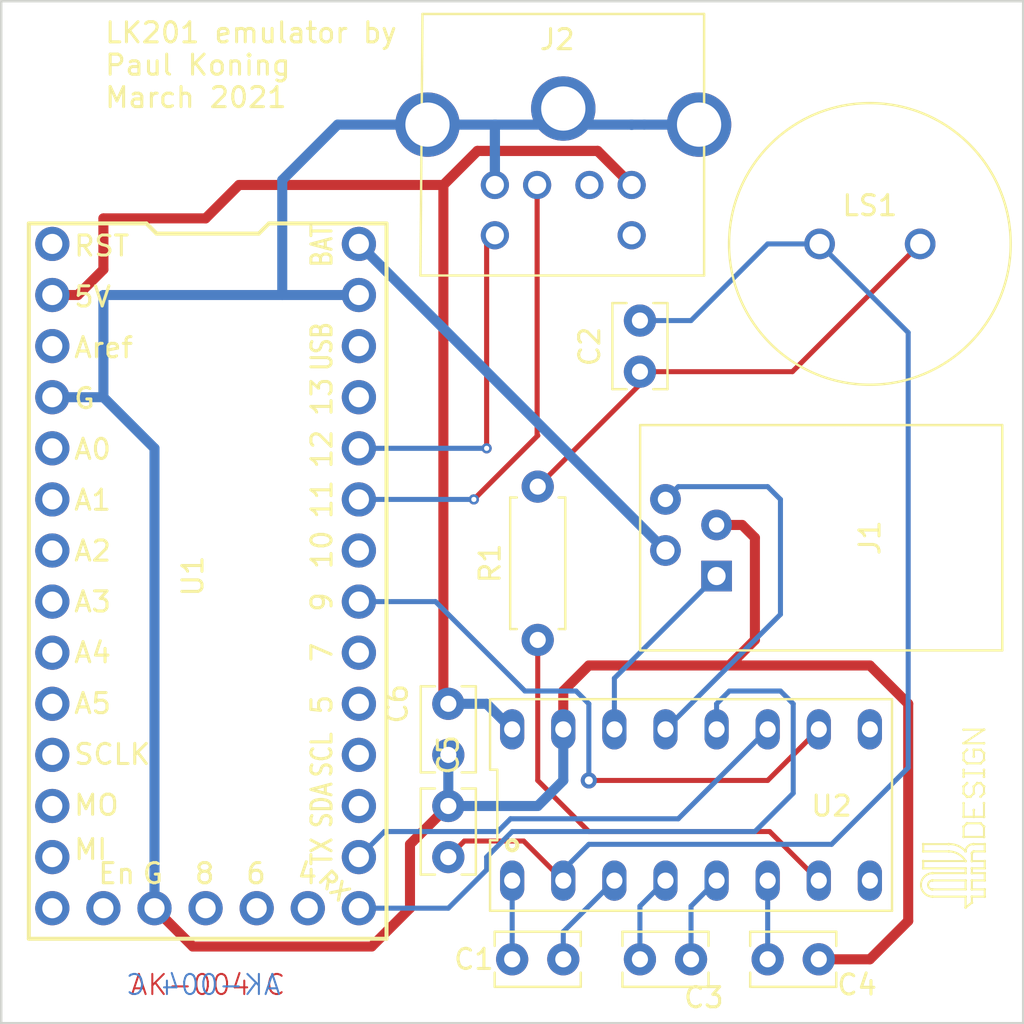
<source format=kicad_pcb>
(kicad_pcb (version 20171130) (host pcbnew "(5.1.9-0-10_14)")

  (general
    (thickness 1.6)
    (drawings 7)
    (tracks 130)
    (zones 0)
    (modules 17)
    (nets 45)
  )

  (page A4)
  (layers
    (0 F.Cu signal)
    (31 B.Cu signal)
    (32 B.Adhes user)
    (33 F.Adhes user)
    (34 B.Paste user)
    (35 F.Paste user)
    (36 B.SilkS user)
    (37 F.SilkS user)
    (38 B.Mask user)
    (39 F.Mask user)
    (40 Dwgs.User user hide)
    (41 Cmts.User user hide)
    (42 Eco1.User user hide)
    (43 Eco2.User user hide)
    (44 Edge.Cuts user)
    (45 Margin user)
    (46 B.CrtYd user hide)
    (47 F.CrtYd user hide)
    (48 B.Fab user hide)
    (49 F.Fab user hide)
  )

  (setup
    (last_trace_width 0.1524)
    (user_trace_width 0.254)
    (user_trace_width 0.508)
    (trace_clearance 0.254)
    (zone_clearance 0.508)
    (zone_45_only no)
    (trace_min 0.1524)
    (via_size 0.508)
    (via_drill 0.254)
    (via_min_size 0.508)
    (via_min_drill 0.254)
    (uvia_size 0.508)
    (uvia_drill 0.254)
    (uvias_allowed no)
    (uvia_min_size 0.508)
    (uvia_min_drill 0.254)
    (edge_width 0.05)
    (segment_width 0.2)
    (pcb_text_width 0.3)
    (pcb_text_size 1.5 1.5)
    (mod_edge_width 0.12)
    (mod_text_size 1 1)
    (mod_text_width 0.15)
    (pad_size 2.2 2.2)
    (pad_drill 2.2)
    (pad_to_mask_clearance 0.0508)
    (aux_axis_origin 0 0)
    (visible_elements FFFFFF7F)
    (pcbplotparams
      (layerselection 0x010f0_ffffffff)
      (usegerberextensions false)
      (usegerberattributes false)
      (usegerberadvancedattributes false)
      (creategerberjobfile false)
      (excludeedgelayer true)
      (linewidth 0.100000)
      (plotframeref false)
      (viasonmask false)
      (mode 1)
      (useauxorigin false)
      (hpglpennumber 1)
      (hpglpenspeed 20)
      (hpglpendiameter 15.000000)
      (psnegative false)
      (psa4output false)
      (plotreference true)
      (plotvalue true)
      (plotinvisibletext false)
      (padsonsilk false)
      (subtractmaskfromsilk false)
      (outputformat 1)
      (mirror false)
      (drillshape 0)
      (scaleselection 1)
      (outputdirectory ""))
  )

  (net 0 "")
  (net 1 GND)
  (net 2 "Net-(C3-Pad2)")
  (net 3 "Net-(C4-Pad2)")
  (net 4 "Net-(J1-Pad4)")
  (net 5 /V12)
  (net 6 "Net-(J1-Pad1)")
  (net 7 "Net-(U2-Pad9)")
  (net 8 /V5)
  (net 9 "Net-(C3-Pad1)")
  (net 10 "Net-(R1-Pad1)")
  (net 11 "Net-(C1-Pad2)")
  (net 12 "Net-(C1-Pad1)")
  (net 13 /VS+)
  (net 14 "Net-(C2-Pad1)")
  (net 15 "Net-(J2-Pad5)")
  (net 16 "Net-(J2-Pad6)")
  (net 17 "Net-(J2-Pad2)")
  (net 18 "Net-(J2-Pad1)")
  (net 19 "Net-(U1-Pad31)")
  (net 20 "Net-(U1-Pad30)")
  (net 21 "Net-(U1-Pad27)")
  (net 22 "Net-(U1-Pad26)")
  (net 23 "Net-(U1-Pad25)")
  (net 24 "Net-(U1-Pad24)")
  (net 25 "Net-(U1-Pad23)")
  (net 26 "Net-(U1-Pad22)")
  (net 27 "Net-(U1-Pad21)")
  (net 28 "Net-(U1-Pad20)")
  (net 29 "Net-(U1-Pad19)")
  (net 30 "Net-(U1-Pad18)")
  (net 31 "Net-(U1-Pad17)")
  (net 32 "Net-(U1-Pad14)")
  (net 33 "Net-(U1-Pad13)")
  (net 34 "Net-(U1-Pad12)")
  (net 35 "Net-(U1-Pad11)")
  (net 36 "Net-(U1-Pad10)")
  (net 37 "Net-(U1-Pad9)")
  (net 38 "Net-(U1-Pad8)")
  (net 39 "Net-(U1-Pad7)")
  (net 40 "Net-(U1-Pad6)")
  (net 41 "Net-(U1-Pad5)")
  (net 42 "Net-(U1-Pad3)")
  (net 43 "Net-(U1-Pad1)")
  (net 44 "Net-(U2-Pad8)")

  (net_class Default "This is the default net class."
    (clearance 0.254)
    (trace_width 0.1524)
    (via_dia 0.508)
    (via_drill 0.254)
    (uvia_dia 0.508)
    (uvia_drill 0.254)
    (diff_pair_width 0.1524)
    (diff_pair_gap 0.254)
    (add_net /V12)
    (add_net /V5)
    (add_net /VS+)
    (add_net GND)
    (add_net "Net-(C1-Pad1)")
    (add_net "Net-(C1-Pad2)")
    (add_net "Net-(C2-Pad1)")
    (add_net "Net-(C3-Pad1)")
    (add_net "Net-(C3-Pad2)")
    (add_net "Net-(C4-Pad2)")
    (add_net "Net-(J1-Pad1)")
    (add_net "Net-(J1-Pad4)")
    (add_net "Net-(J2-Pad1)")
    (add_net "Net-(J2-Pad2)")
    (add_net "Net-(J2-Pad5)")
    (add_net "Net-(J2-Pad6)")
    (add_net "Net-(R1-Pad1)")
    (add_net "Net-(U1-Pad1)")
    (add_net "Net-(U1-Pad10)")
    (add_net "Net-(U1-Pad11)")
    (add_net "Net-(U1-Pad12)")
    (add_net "Net-(U1-Pad13)")
    (add_net "Net-(U1-Pad14)")
    (add_net "Net-(U1-Pad17)")
    (add_net "Net-(U1-Pad18)")
    (add_net "Net-(U1-Pad19)")
    (add_net "Net-(U1-Pad20)")
    (add_net "Net-(U1-Pad21)")
    (add_net "Net-(U1-Pad22)")
    (add_net "Net-(U1-Pad23)")
    (add_net "Net-(U1-Pad24)")
    (add_net "Net-(U1-Pad25)")
    (add_net "Net-(U1-Pad26)")
    (add_net "Net-(U1-Pad27)")
    (add_net "Net-(U1-Pad3)")
    (add_net "Net-(U1-Pad30)")
    (add_net "Net-(U1-Pad31)")
    (add_net "Net-(U1-Pad5)")
    (add_net "Net-(U1-Pad6)")
    (add_net "Net-(U1-Pad7)")
    (add_net "Net-(U1-Pad8)")
    (add_net "Net-(U1-Pad9)")
    (add_net "Net-(U2-Pad8)")
    (add_net "Net-(U2-Pad9)")
  )

  (module lk201_parts:MDJ-006 (layer F.Cu) (tedit 603C0CA2) (tstamp 5FEE217B)
    (at 27.94 -50.165 180)
    (path /5FED8A8F)
    (fp_text reference J2 (at 0.3 -1.27) (layer F.SilkS)
      (effects (font (size 1 1) (thickness 0.15)))
    )
    (fp_text value Mini-DIN-6 (at 0 -1.1) (layer F.Fab)
      (effects (font (size 1 1) (thickness 0.15)))
    )
    (fp_line (start -7 0) (end 7 0) (layer F.SilkS) (width 0.12))
    (fp_line (start 7 0) (end 7.1 -13) (layer F.SilkS) (width 0.12))
    (fp_line (start 7.1 -13) (end -7 -13) (layer F.SilkS) (width 0.12))
    (fp_line (start -7 -13) (end -7 0) (layer F.SilkS) (width 0.12))
    (pad 6 thru_hole circle (at -3.4 -11 180) (size 1.4 1.4) (drill 0.9) (layers *.Cu *.Mask)
      (net 16 "Net-(J2-Pad6)"))
    (pad 5 thru_hole circle (at 3.4 -11 180) (size 1.4 1.4) (drill 0.9) (layers *.Cu *.Mask)
      (net 15 "Net-(J2-Pad5)"))
    (pad 3 thru_hole circle (at 3.4 -8.5 180) (size 1.4 1.4) (drill 0.9) (layers *.Cu *.Mask)
      (net 1 GND))
    (pad 4 thru_hole circle (at -3.4 -8.5 180) (size 1.4 1.4) (drill 0.9) (layers *.Cu *.Mask)
      (net 8 /V5))
    (pad 2 thru_hole circle (at -1.3 -8.5 180) (size 1.4 1.4) (drill 0.9) (layers *.Cu *.Mask)
      (net 17 "Net-(J2-Pad2)"))
    (pad 1 thru_hole circle (at 1.3 -8.5 180) (size 1.4 1.4) (drill 0.9) (layers *.Cu *.Mask)
      (net 18 "Net-(J2-Pad1)"))
    (pad SH thru_hole circle (at -6.75 -5.5 180) (size 3.2 3.2) (drill 2.2) (layers *.Cu *.Mask)
      (net 1 GND))
    (pad SH thru_hole circle (at 6.75 -5.5 180) (size 3.2 3.2) (drill 2.2) (layers *.Cu *.Mask)
      (net 1 GND))
    (pad SH thru_hole circle (at 0 -4.7 180) (size 3.2 3.2) (drill 2.2) (layers *.Cu *.Mask)
      (net 1 GND))
    (model ${KIPRJMOD}/../lk201_parts/MDJ-00x.step
      (offset (xyz -7 0 0))
      (scale (xyz 1 1 1))
      (rotate (xyz 0 0 0))
    )
  )

  (module lk201_parts:Itsy (layer F.Cu) (tedit 5FEF9B3B) (tstamp 5FEE4C7C)
    (at 2.54 -38.735 270)
    (path /5FEEAD04)
    (fp_text reference U1 (at 16.51 -6.985 90) (layer F.SilkS)
      (effects (font (size 1 1) (thickness 0.15)))
    )
    (fp_text value Itsy_Bitsy_5V (at 16.51 -8.89 90) (layer F.Fab)
      (effects (font (size 1 1) (thickness 0.15)))
    )
    (fp_line (start -0.512 -5.1836) (end -1.02 -4.6756) (layer F.SilkS) (width 0.2))
    (fp_line (start -0.512 -10.2636) (end -0.512 -5.1836) (layer F.SilkS) (width 0.2))
    (fp_line (start -1.02 -10.7716) (end -0.512 -10.2636) (layer F.SilkS) (width 0.2))
    (fp_line (start -1.02 -16.6136) (end -1.02 -10.7716) (layer F.SilkS) (width 0.2))
    (fp_line (start 34.54 -16.6136) (end -1.02 -16.6136) (layer F.SilkS) (width 0.2))
    (fp_line (start 34.54 1.1664) (end 34.54 -16.6136) (layer F.SilkS) (width 0.2))
    (fp_line (start -1.02 1.1664) (end 34.54 1.1664) (layer F.SilkS) (width 0.2))
    (fp_line (start -1.02 -4.6756) (end -1.02 1.1664) (layer F.SilkS) (width 0.2))
    (fp_text user RX (at 31.9 -14 135) (layer F.SilkS)
      (effects (font (size 0.8 0.8) (thickness 0.15)))
    )
    (fp_text user BAT (at 0.1 -13.4 90) (layer F.SilkS)
      (effects (font (size 1 0.8) (thickness 0.15)))
    )
    (fp_text user TX (at 30.2 -13.4 90) (layer F.SilkS)
      (effects (font (size 1 0.8) (thickness 0.15)))
    )
    (fp_text user SDA (at 27.9 -13.4 90) (layer F.SilkS)
      (effects (font (size 1 0.8) (thickness 0.15)))
    )
    (fp_text user SCL (at 25.4 -13.4 90) (layer F.SilkS)
      (effects (font (size 1 0.8) (thickness 0.15)))
    )
    (fp_text user 5 (at 22.9 -13.4 90) (layer F.SilkS)
      (effects (font (size 1 1) (thickness 0.15)))
    )
    (fp_text user 7 (at 20.3 -13.4 90) (layer F.SilkS)
      (effects (font (size 1 1) (thickness 0.15)))
    )
    (fp_text user 9 (at 17.8 -13.4 90) (layer F.SilkS)
      (effects (font (size 1 1) (thickness 0.15)))
    )
    (fp_text user 10 (at 15.2 -13.4 90) (layer F.SilkS)
      (effects (font (size 1 1) (thickness 0.15)))
    )
    (fp_text user 11 (at 12.7 -13.4 90) (layer F.SilkS)
      (effects (font (size 1 1) (thickness 0.15)))
    )
    (fp_text user 12 (at 10.2 -13.4 90) (layer F.SilkS)
      (effects (font (size 1 1) (thickness 0.15)))
    )
    (fp_text user 13 (at 7.6 -13.4 90) (layer F.SilkS)
      (effects (font (size 1 1) (thickness 0.15)))
    )
    (fp_text user USB (at 5.1 -13.4 90) (layer F.SilkS)
      (effects (font (size 1 0.8) (thickness 0.15)))
    )
    (fp_text user G (at 7.681816 -1) (layer F.SilkS)
      (effects (font (size 1 1) (thickness 0.15)) (justify left))
    )
    (fp_text user 4 (at 31.3 -12.1) (layer F.SilkS)
      (effects (font (size 1 1) (thickness 0.15)) (justify left))
    )
    (fp_text user 6 (at 31.3 -9.549207) (layer F.SilkS)
      (effects (font (size 1 1) (thickness 0.15)) (justify left))
    )
    (fp_text user 8 (at 31.3 -6.998414) (layer F.SilkS)
      (effects (font (size 1 1) (thickness 0.15)) (justify left))
    )
    (fp_text user G (at 31.3 -4.4) (layer F.SilkS)
      (effects (font (size 1 1) (thickness 0.15)) (justify left))
    )
    (fp_text user En (at 31.3 -2.2) (layer F.SilkS)
      (effects (font (size 1 1) (thickness 0.15)) (justify left))
    )
    (fp_text user MI (at 30.1 -1) (layer F.SilkS)
      (effects (font (size 1 1) (thickness 0.15)) (justify left))
    )
    (fp_text user MO (at 27.9 -1) (layer F.SilkS)
      (effects (font (size 1 1) (thickness 0.15)) (justify left))
    )
    (fp_text user SCLK (at 25.37272 -1) (layer F.SilkS)
      (effects (font (size 1 1) (thickness 0.15)) (justify left))
    )
    (fp_text user A5 (at 22.845448 -1) (layer F.SilkS)
      (effects (font (size 1 1) (thickness 0.15)) (justify left))
    )
    (fp_text user A4 (at 20.318176 -1) (layer F.SilkS)
      (effects (font (size 1 1) (thickness 0.15)) (justify left))
    )
    (fp_text user A3 (at 17.790904 -1) (layer F.SilkS)
      (effects (font (size 1 1) (thickness 0.15)) (justify left))
    )
    (fp_text user A2 (at 15.263632 -1) (layer F.SilkS)
      (effects (font (size 1 1) (thickness 0.15)) (justify left))
    )
    (fp_text user A1 (at 12.73636 -1) (layer F.SilkS)
      (effects (font (size 1 1) (thickness 0.15)) (justify left))
    )
    (fp_text user A0 (at 10.209088 -1) (layer F.SilkS)
      (effects (font (size 1 1) (thickness 0.15)) (justify left))
    )
    (fp_text user RST (at 0.1 -1) (layer F.SilkS)
      (effects (font (size 1 1) (thickness 0.15)) (justify left))
    )
    (fp_text user 5V (at 2.627272 -1) (layer F.SilkS)
      (effects (font (size 1 1) (thickness 0.15)) (justify left))
    )
    (fp_text user Aref (at 5.154544 -1) (layer F.SilkS)
      (effects (font (size 1 1) (thickness 0.15)) (justify left))
    )
    (fp_text user G (at 7.681816 -1) (layer F.SilkS)
      (effects (font (size 1 1) (thickness 0.15)) (justify left))
    )
    (pad 1 thru_hole circle (at 0 0 270) (size 1.7 1.7) (drill 1) (layers *.Cu *.Mask)
      (net 43 "Net-(U1-Pad1)"))
    (pad 2 thru_hole circle (at 2.54 0 270) (size 1.7 1.7) (drill 1) (layers *.Cu *.Mask)
      (net 8 /V5))
    (pad 3 thru_hole circle (at 5.08 0 270) (size 1.7 1.7) (drill 1) (layers *.Cu *.Mask)
      (net 42 "Net-(U1-Pad3)"))
    (pad 4 thru_hole circle (at 7.62 0 270) (size 1.7 1.7) (drill 1) (layers *.Cu *.Mask)
      (net 1 GND))
    (pad 5 thru_hole circle (at 10.16 0 270) (size 1.7 1.7) (drill 1) (layers *.Cu *.Mask)
      (net 41 "Net-(U1-Pad5)"))
    (pad 6 thru_hole circle (at 12.7 0 270) (size 1.7 1.7) (drill 1) (layers *.Cu *.Mask)
      (net 40 "Net-(U1-Pad6)"))
    (pad 7 thru_hole circle (at 15.24 0 270) (size 1.7 1.7) (drill 1) (layers *.Cu *.Mask)
      (net 39 "Net-(U1-Pad7)"))
    (pad 8 thru_hole circle (at 17.78 0 270) (size 1.7 1.7) (drill 1) (layers *.Cu *.Mask)
      (net 38 "Net-(U1-Pad8)"))
    (pad 9 thru_hole circle (at 20.32 0 270) (size 1.7 1.7) (drill 1) (layers *.Cu *.Mask)
      (net 37 "Net-(U1-Pad9)"))
    (pad 10 thru_hole circle (at 22.86 0 270) (size 1.7 1.7) (drill 1) (layers *.Cu *.Mask)
      (net 36 "Net-(U1-Pad10)"))
    (pad 11 thru_hole circle (at 25.4 0 270) (size 1.7 1.7) (drill 1) (layers *.Cu *.Mask)
      (net 35 "Net-(U1-Pad11)"))
    (pad 12 thru_hole circle (at 27.94 0 270) (size 1.7 1.7) (drill 1) (layers *.Cu *.Mask)
      (net 34 "Net-(U1-Pad12)"))
    (pad 13 thru_hole circle (at 30.48 0 270) (size 1.7 1.7) (drill 1) (layers *.Cu *.Mask)
      (net 33 "Net-(U1-Pad13)"))
    (pad 14 thru_hole circle (at 33.02 0 270) (size 1.7 1.7) (drill 1) (layers *.Cu *.Mask)
      (net 32 "Net-(U1-Pad14)"))
    (pad 15 thru_hole circle (at 33.02 -2.54 270) (size 1.7 1.7) (drill 1) (layers *.Cu *.Mask))
    (pad 16 thru_hole circle (at 33.02 -5.08 270) (size 1.7 1.7) (drill 1) (layers *.Cu *.Mask)
      (net 1 GND))
    (pad 17 thru_hole circle (at 33.02 -7.62 270) (size 1.7 1.7) (drill 1) (layers *.Cu *.Mask)
      (net 31 "Net-(U1-Pad17)"))
    (pad 18 thru_hole circle (at 33.02 -10.16 270) (size 1.7 1.7) (drill 1) (layers *.Cu *.Mask)
      (net 30 "Net-(U1-Pad18)"))
    (pad 19 thru_hole circle (at 33.02 -12.7 270) (size 1.7 1.7) (drill 1) (layers *.Cu *.Mask)
      (net 29 "Net-(U1-Pad19)"))
    (pad 20 thru_hole circle (at 33.02 -15.24 270) (size 1.7 1.7) (drill 1) (layers *.Cu *.Mask)
      (net 28 "Net-(U1-Pad20)"))
    (pad 21 thru_hole circle (at 30.48 -15.24 270) (size 1.7 1.7) (drill 1) (layers *.Cu *.Mask)
      (net 27 "Net-(U1-Pad21)"))
    (pad 22 thru_hole circle (at 27.94 -15.24 270) (size 1.7 1.7) (drill 1) (layers *.Cu *.Mask)
      (net 26 "Net-(U1-Pad22)"))
    (pad 23 thru_hole circle (at 25.4 -15.24 270) (size 1.7 1.7) (drill 1) (layers *.Cu *.Mask)
      (net 25 "Net-(U1-Pad23)"))
    (pad 24 thru_hole circle (at 22.86 -15.24 270) (size 1.7 1.7) (drill 1) (layers *.Cu *.Mask)
      (net 24 "Net-(U1-Pad24)"))
    (pad 25 thru_hole circle (at 20.32 -15.24 270) (size 1.7 1.7) (drill 1) (layers *.Cu *.Mask)
      (net 23 "Net-(U1-Pad25)"))
    (pad 26 thru_hole circle (at 17.78 -15.24 270) (size 1.7 1.7) (drill 1) (layers *.Cu *.Mask)
      (net 22 "Net-(U1-Pad26)"))
    (pad 27 thru_hole circle (at 15.24 -15.24 270) (size 1.7 1.7) (drill 1) (layers *.Cu *.Mask)
      (net 21 "Net-(U1-Pad27)"))
    (pad 28 thru_hole circle (at 12.7 -15.24 270) (size 1.7 1.7) (drill 1) (layers *.Cu *.Mask)
      (net 18 "Net-(J2-Pad1)"))
    (pad 29 thru_hole circle (at 10.16 -15.24 270) (size 1.7 1.7) (drill 1) (layers *.Cu *.Mask)
      (net 15 "Net-(J2-Pad5)"))
    (pad 30 thru_hole circle (at 7.62 -15.24 270) (size 1.7 1.7) (drill 1) (layers *.Cu *.Mask)
      (net 20 "Net-(U1-Pad30)"))
    (pad 31 thru_hole circle (at 5.08 -15.24 270) (size 1.7 1.7) (drill 1) (layers *.Cu *.Mask)
      (net 19 "Net-(U1-Pad31)"))
    (pad 32 thru_hole circle (at 2.54 -15.24 270) (size 1.7 1.7) (drill 1) (layers *.Cu *.Mask)
      (net 1 GND))
    (pad 33 thru_hole circle (at 0 -15.24 270) (size 1.7 1.7) (drill 1) (layers *.Cu *.Mask)
      (net 5 /V12))
    (model :USER3DMOD:Itsy.step
      (offset (xyz -132.1 112.6 2.5))
      (scale (xyz 1 1 1))
      (rotate (xyz 0 0 0))
    )
  )

  (module lk201_parts:RJ22 (layer F.Cu) (tedit 5FEF9014) (tstamp 5EC41E36)
    (at 41.91 -24.13 90)
    (path /5EC34B84)
    (fp_text reference J1 (at 0 1.27 90) (layer F.SilkS)
      (effects (font (size 1 1) (thickness 0.15)))
    )
    (fp_text value RJ22 (at 0 -0.5 90) (layer F.Fab)
      (effects (font (size 1 1) (thickness 0.15)))
    )
    (fp_line (start -5.6 7.85) (end 5.6 7.85) (layer F.SilkS) (width 0.12))
    (fp_line (start 5.6 7.85) (end 5.6 -10.15) (layer F.SilkS) (width 0.12))
    (fp_line (start 5.6 -10.15) (end -5.6 -10.15) (layer F.SilkS) (width 0.12))
    (fp_line (start -5.6 7.85) (end -5.6 -10.15) (layer F.SilkS) (width 0.12))
    (pad 1 thru_hole rect (at -1.905 -6.35 90) (size 1.524 1.524) (drill 0.9) (layers *.Cu *.Mask)
      (net 6 "Net-(J1-Pad1)"))
    (pad 2 thru_hole circle (at -0.635 -8.89 90) (size 1.524 1.524) (drill 0.9) (layers *.Cu *.Mask)
      (net 5 /V12))
    (pad 3 thru_hole circle (at 0.635 -6.35 90) (size 1.524 1.524) (drill 0.762) (layers *.Cu *.Mask)
      (net 1 GND))
    (pad 4 thru_hole circle (at 1.905 -8.89 90) (size 1.524 1.524) (drill 0.762) (layers *.Cu *.Mask)
      (net 4 "Net-(J1-Pad4)"))
    (pad "" np_thru_hole circle (at 3.81 0 90) (size 3.2 3.2) (drill 3.2) (layers *.Mask F.Cu))
    (pad "" np_thru_hole circle (at -3.81 0 90) (size 3.2 3.2) (drill 3.2) (layers *.Mask F.Cu))
    (model ${KIPRJMOD}/../lk201_parts/modular_jack_a-20040.step
      (offset (xyz 0 -10.5 1.2))
      (scale (xyz 1 1 1))
      (rotate (xyz 90 180 180))
    )
  )

  (module lk201_parts:MountingHole_2.2mm_M2 (layer F.Cu) (tedit 56D1B4CB) (tstamp 5FEE62CC)
    (at 48.26 -2.54)
    (descr "Mounting Hole 2.2mm, no annular, M2")
    (tags "mounting hole 2.2mm no annular m2")
    (attr virtual)
    (fp_text reference REF** (at 0 -4.2) (layer F.SilkS) hide
      (effects (font (size 1 1) (thickness 0.15)))
    )
    (fp_text value MountingHole_2.2mm_M2 (at 0 4.2) (layer F.Fab) hide
      (effects (font (size 1 1) (thickness 0.15)))
    )
    (fp_circle (center 0 0) (end 2.45 0) (layer F.CrtYd) (width 0.05))
    (fp_circle (center 0 0) (end 2.2 0) (layer Cmts.User) (width 0.15))
    (fp_text user %R (at 0.3 0) (layer F.Fab) hide
      (effects (font (size 1 1) (thickness 0.15)))
    )
    (pad 1 np_thru_hole circle (at 0 0) (size 2.2 2.2) (drill 2.2) (layers *.Cu *.Mask))
  )

  (module lk201_parts:PS1420_buzzer (layer F.Cu) (tedit 5EC6900F) (tstamp 5FEE53FC)
    (at 43.18 -38.735)
    (path /5EC38E19)
    (fp_text reference LS1 (at 0 -1.905 180) (layer F.SilkS)
      (effects (font (size 1 1) (thickness 0.15)))
    )
    (fp_text value PS1420 (at 0 -1.905 180) (layer F.Fab)
      (effects (font (size 1 1) (thickness 0.15)))
    )
    (fp_circle (center 0 0) (end 7 0) (layer F.SilkS) (width 0.12))
    (pad 1 thru_hole circle (at 2.5 0) (size 1.524 1.524) (drill 1) (layers *.Cu *.Mask)
      (net 14 "Net-(C2-Pad1)"))
    (pad 2 thru_hole circle (at -2.5 0) (size 1.524 1.524) (drill 1) (layers *.Cu *.Mask)
      (net 13 /VS+))
    (model ${KISYS3DMOD}/Buzzer_Beeper.3dshapes/Buzzer_15x7.5RM7.6.step
      (offset (xyz -3.6 0 0))
      (scale (xyz 0.93 0.93 1.1))
      (rotate (xyz 0 0 0))
    )
  )

  (module lk201_parts:DIP-16_296_ELL (layer F.Cu) (tedit 5EC68F95) (tstamp 5FEE51EF)
    (at 34.29 -10.845)
    (path /5EC32F48)
    (fp_text reference U2 (at 6.985 0.05 -180) (layer F.SilkS)
      (effects (font (size 1 1) (thickness 0.15)))
    )
    (fp_text value ICL3232CPZ (at 0 0 180) (layer F.Fab)
      (effects (font (size 1 1) (thickness 0.15)))
    )
    (fp_circle (center -8.89 2) (end -8.636 2) (layer F.SilkS) (width 0.2))
    (fp_line (start -9.74 5.01) (end -9.74 -5.01) (layer F.CrtYd) (width 0.05))
    (fp_line (start 9.74 5.01) (end -9.74 5.01) (layer F.CrtYd) (width 0.05))
    (fp_line (start 9.74 -5.01) (end 9.74 5.01) (layer F.CrtYd) (width 0.05))
    (fp_line (start -9.74 -5.01) (end 9.74 -5.01) (layer F.CrtYd) (width 0.05))
    (fp_line (start -9.99 1.753333) (end -9.99 5.259999) (layer F.SilkS) (width 0.12))
    (fp_line (start -9.63 1.753333) (end -9.99 1.753333) (layer F.SilkS) (width 0.12))
    (fp_line (start -9.63 -1.753333) (end -9.63 1.753333) (layer F.SilkS) (width 0.12))
    (fp_line (start -9.99 -1.753333) (end -9.63 -1.753333) (layer F.SilkS) (width 0.12))
    (fp_line (start -9.99 -5.26) (end -9.99 -1.753333) (layer F.SilkS) (width 0.12))
    (fp_line (start 9.99 -5.259999) (end -9.99 -5.26) (layer F.SilkS) (width 0.12))
    (fp_line (start 9.99 5.26) (end 9.99 -5.259999) (layer F.SilkS) (width 0.12))
    (fp_line (start -9.99 5.259999) (end 9.99 5.26) (layer F.SilkS) (width 0.12))
    (pad 16 thru_hole oval (at -8.89 -3.76) (size 1.2 2) (drill 0.8) (layers *.Cu *.Mask)
      (net 8 /V5))
    (pad 1 thru_hole oval (at -8.89 3.76) (size 1.2 2) (drill 0.8) (layers *.Cu *.Mask)
      (net 12 "Net-(C1-Pad1)"))
    (pad 15 thru_hole oval (at -6.35 -3.76) (size 1.2 2) (drill 0.8) (layers *.Cu *.Mask)
      (net 1 GND))
    (pad 2 thru_hole oval (at -6.35 3.76) (size 1.2 2) (drill 0.8) (layers *.Cu *.Mask)
      (net 13 /VS+))
    (pad 14 thru_hole oval (at -3.81 -3.76) (size 1.2 2) (drill 0.8) (layers *.Cu *.Mask)
      (net 6 "Net-(J1-Pad1)"))
    (pad 3 thru_hole oval (at -3.81 3.76) (size 1.2 2) (drill 0.8) (layers *.Cu *.Mask)
      (net 11 "Net-(C1-Pad2)"))
    (pad 13 thru_hole oval (at -1.27 -3.76) (size 1.2 2) (drill 0.8) (layers *.Cu *.Mask)
      (net 4 "Net-(J1-Pad4)"))
    (pad 4 thru_hole oval (at -1.27 3.76) (size 1.2 2) (drill 0.8) (layers *.Cu *.Mask)
      (net 9 "Net-(C3-Pad1)"))
    (pad 12 thru_hole oval (at 1.27 -3.76) (size 1.2 2) (drill 0.8) (layers *.Cu *.Mask)
      (net 28 "Net-(U1-Pad20)"))
    (pad 5 thru_hole oval (at 1.27 3.76) (size 1.2 2) (drill 0.8) (layers *.Cu *.Mask)
      (net 2 "Net-(C3-Pad2)"))
    (pad 11 thru_hole oval (at 3.81 -3.76) (size 1.2 2) (drill 0.8) (layers *.Cu *.Mask)
      (net 27 "Net-(U1-Pad21)"))
    (pad 6 thru_hole oval (at 3.81 3.76) (size 1.2 2) (drill 0.8) (layers *.Cu *.Mask)
      (net 3 "Net-(C4-Pad2)"))
    (pad 10 thru_hole oval (at 6.35 -3.76) (size 1.2 2) (drill 0.8) (layers *.Cu *.Mask)
      (net 22 "Net-(U1-Pad26)"))
    (pad 7 thru_hole oval (at 6.35 3.76) (size 1.2 2) (drill 0.8) (layers *.Cu *.Mask)
      (net 10 "Net-(R1-Pad1)"))
    (pad 9 thru_hole oval (at 8.89 -3.76) (size 1.2 2) (drill 0.8) (layers *.Cu *.Mask)
      (net 7 "Net-(U2-Pad9)"))
    (pad 8 thru_hole oval (at 8.89 3.76) (size 1.2 2) (drill 0.8) (layers *.Cu *.Mask)
      (net 44 "Net-(U2-Pad8)"))
    (model ${KISYS3DMOD}/Package_DIP.3dshapes/DIP-16_W7.62mm.step
      (offset (xyz 8.890000000000001 3.81 0))
      (scale (xyz 1 1 1))
      (rotate (xyz 0 0 90))
    )
  )

  (module lk201_parts:R_Axial_DIN0207_L6.3mm_D2.5mm_P7.62mm_Horizontal (layer F.Cu) (tedit 5AE5139B) (tstamp 5FEF8A8D)
    (at 26.67 -19.05 90)
    (descr "Resistor, Axial_DIN0207 series, Axial, Horizontal, pin pitch=7.62mm, 0.25W = 1/4W, length*diameter=6.3*2.5mm^2, http://cdn-reichelt.de/documents/datenblatt/B400/1_4W%23YAG.pdf")
    (tags "Resistor Axial_DIN0207 series Axial Horizontal pin pitch 7.62mm 0.25W = 1/4W length 6.3mm diameter 2.5mm")
    (path /5FED5C13)
    (fp_text reference R1 (at 3.81 -2.37 90) (layer F.SilkS)
      (effects (font (size 1 1) (thickness 0.15)))
    )
    (fp_text value 3.3k (at 3.81 2.37 90) (layer F.Fab)
      (effects (font (size 1 1) (thickness 0.15)))
    )
    (fp_line (start 0.66 -1.25) (end 0.66 1.25) (layer F.Fab) (width 0.1))
    (fp_line (start 0.66 1.25) (end 6.96 1.25) (layer F.Fab) (width 0.1))
    (fp_line (start 6.96 1.25) (end 6.96 -1.25) (layer F.Fab) (width 0.1))
    (fp_line (start 6.96 -1.25) (end 0.66 -1.25) (layer F.Fab) (width 0.1))
    (fp_line (start 0 0) (end 0.66 0) (layer F.Fab) (width 0.1))
    (fp_line (start 7.62 0) (end 6.96 0) (layer F.Fab) (width 0.1))
    (fp_line (start 0.54 -1.04) (end 0.54 -1.37) (layer F.SilkS) (width 0.12))
    (fp_line (start 0.54 -1.37) (end 7.08 -1.37) (layer F.SilkS) (width 0.12))
    (fp_line (start 7.08 -1.37) (end 7.08 -1.04) (layer F.SilkS) (width 0.12))
    (fp_line (start 0.54 1.04) (end 0.54 1.37) (layer F.SilkS) (width 0.12))
    (fp_line (start 0.54 1.37) (end 7.08 1.37) (layer F.SilkS) (width 0.12))
    (fp_line (start 7.08 1.37) (end 7.08 1.04) (layer F.SilkS) (width 0.12))
    (fp_line (start -1.05 -1.5) (end -1.05 1.5) (layer F.CrtYd) (width 0.05))
    (fp_line (start -1.05 1.5) (end 8.67 1.5) (layer F.CrtYd) (width 0.05))
    (fp_line (start 8.67 1.5) (end 8.67 -1.5) (layer F.CrtYd) (width 0.05))
    (fp_line (start 8.67 -1.5) (end -1.05 -1.5) (layer F.CrtYd) (width 0.05))
    (fp_text user %R (at 3.81 0 90) (layer F.Fab)
      (effects (font (size 1 1) (thickness 0.15)))
    )
    (pad 2 thru_hole oval (at 7.62 0 90) (size 1.6 1.6) (drill 0.8) (layers *.Cu *.Mask)
      (net 14 "Net-(C2-Pad1)"))
    (pad 1 thru_hole circle (at 0 0 90) (size 1.6 1.6) (drill 0.8) (layers *.Cu *.Mask)
      (net 10 "Net-(R1-Pad1)"))
    (model ${KISYS3DMOD}/Resistor_THT.3dshapes/R_Axial_DIN0207_L6.3mm_D2.5mm_P7.62mm_Horizontal.wrl
      (at (xyz 0 0 0))
      (scale (xyz 1 1 1))
      (rotate (xyz 0 0 0))
    )
  )

  (module lk201_parts:C_Rect_L4.0mm_W2.5mm_P2.54mm (layer F.Cu) (tedit 5FECF770) (tstamp 5EC41E28)
    (at 22.225 -15.875 270)
    (descr "C, Rect series, Radial, pin pitch=2.50mm, , length*width=4*2.5mm^2, Capacitor")
    (tags "C Rect series Radial pin pitch 2.50mm  length 4mm width 2.5mm Capacitor")
    (path /5EC4C92F)
    (fp_text reference C6 (at 0 2.54 90) (layer F.SilkS)
      (effects (font (size 1 1) (thickness 0.15)))
    )
    (fp_text value 0.1uF (at 1.25 2.5 90) (layer F.Fab)
      (effects (font (size 1 1) (thickness 0.15)))
    )
    (fp_line (start 3.55 -1.5) (end -1.05 -1.5) (layer F.CrtYd) (width 0.05))
    (fp_line (start 3.59 1.5) (end 3.59 -1.5) (layer F.CrtYd) (width 0.05))
    (fp_line (start -1.05 1.5) (end 3.55 1.5) (layer F.CrtYd) (width 0.05))
    (fp_line (start -1.05 -1.5) (end -1.05 1.5) (layer F.CrtYd) (width 0.05))
    (fp_line (start 3.41 0.665) (end 3.41 1.37) (layer F.SilkS) (width 0.12))
    (fp_line (start 3.41 -1.37) (end 3.41 -0.665) (layer F.SilkS) (width 0.12))
    (fp_line (start -0.87 0.665) (end -0.87 1.37) (layer F.SilkS) (width 0.12))
    (fp_line (start -0.87 -1.37) (end -0.87 -0.665) (layer F.SilkS) (width 0.12))
    (fp_line (start -0.87 1.37) (end 3.41 1.37) (layer F.SilkS) (width 0.12))
    (fp_line (start -0.87 -1.37) (end 3.41 -1.37) (layer F.SilkS) (width 0.12))
    (fp_line (start 3.25 -1.25) (end -0.75 -1.25) (layer F.Fab) (width 0.1))
    (fp_line (start 3.29 1.25) (end 3.29 -1.25) (layer F.Fab) (width 0.1))
    (fp_line (start -0.75 1.25) (end 3.25 1.25) (layer F.Fab) (width 0.1))
    (fp_line (start -0.75 -1.25) (end -0.75 1.25) (layer F.Fab) (width 0.1))
    (fp_text user %R (at 1.25 0 90) (layer F.Fab)
      (effects (font (size 0.8 0.8) (thickness 0.12)))
    )
    (pad 2 thru_hole circle (at 2.54 0 270) (size 1.6 1.6) (drill 0.8) (layers *.Cu *.Mask)
      (net 1 GND))
    (pad 1 thru_hole circle (at 0 0 270) (size 1.6 1.6) (drill 0.8) (layers *.Cu *.Mask)
      (net 8 /V5))
    (model ${KISYS3DMOD}/Capacitor_THT.3dshapes/C_Rect_L4.0mm_W2.5mm_P2.50mm.wrl
      (at (xyz 0 0 0))
      (scale (xyz 1 1 1))
      (rotate (xyz 0 0 0))
    )
  )

  (module lk201_parts:C_Rect_L4.0mm_W2.5mm_P2.54mm (layer F.Cu) (tedit 5FECF770) (tstamp 5EC41E22)
    (at 22.225 -10.795 270)
    (descr "C, Rect series, Radial, pin pitch=2.50mm, , length*width=4*2.5mm^2, Capacitor")
    (tags "C Rect series Radial pin pitch 2.50mm  length 4mm width 2.5mm Capacitor")
    (path /5EC4CB26)
    (fp_text reference C5 (at -2.54 0 90) (layer F.SilkS)
      (effects (font (size 1 1) (thickness 0.15)))
    )
    (fp_text value 0.1uF (at 1.25 2.5 90) (layer F.Fab)
      (effects (font (size 1 1) (thickness 0.15)))
    )
    (fp_line (start 3.55 -1.5) (end -1.05 -1.5) (layer F.CrtYd) (width 0.05))
    (fp_line (start 3.59 1.5) (end 3.59 -1.5) (layer F.CrtYd) (width 0.05))
    (fp_line (start -1.05 1.5) (end 3.55 1.5) (layer F.CrtYd) (width 0.05))
    (fp_line (start -1.05 -1.5) (end -1.05 1.5) (layer F.CrtYd) (width 0.05))
    (fp_line (start 3.41 0.665) (end 3.41 1.37) (layer F.SilkS) (width 0.12))
    (fp_line (start 3.41 -1.37) (end 3.41 -0.665) (layer F.SilkS) (width 0.12))
    (fp_line (start -0.87 0.665) (end -0.87 1.37) (layer F.SilkS) (width 0.12))
    (fp_line (start -0.87 -1.37) (end -0.87 -0.665) (layer F.SilkS) (width 0.12))
    (fp_line (start -0.87 1.37) (end 3.41 1.37) (layer F.SilkS) (width 0.12))
    (fp_line (start -0.87 -1.37) (end 3.41 -1.37) (layer F.SilkS) (width 0.12))
    (fp_line (start 3.25 -1.25) (end -0.75 -1.25) (layer F.Fab) (width 0.1))
    (fp_line (start 3.29 1.25) (end 3.29 -1.25) (layer F.Fab) (width 0.1))
    (fp_line (start -0.75 1.25) (end 3.25 1.25) (layer F.Fab) (width 0.1))
    (fp_line (start -0.75 -1.25) (end -0.75 1.25) (layer F.Fab) (width 0.1))
    (fp_text user %R (at 1.25 0 90) (layer F.Fab)
      (effects (font (size 0.8 0.8) (thickness 0.12)))
    )
    (pad 2 thru_hole circle (at 2.54 0 270) (size 1.6 1.6) (drill 0.8) (layers *.Cu *.Mask)
      (net 13 /VS+))
    (pad 1 thru_hole circle (at 0 0 270) (size 1.6 1.6) (drill 0.8) (layers *.Cu *.Mask)
      (net 1 GND))
    (model ${KISYS3DMOD}/Capacitor_THT.3dshapes/C_Rect_L4.0mm_W2.5mm_P2.50mm.wrl
      (at (xyz 0 0 0))
      (scale (xyz 1 1 1))
      (rotate (xyz 0 0 0))
    )
  )

  (module lk201_parts:C_Rect_L4.0mm_W2.5mm_P2.54mm (layer F.Cu) (tedit 5FECF770) (tstamp 5EC4281A)
    (at 40.64 -3.175 180)
    (descr "C, Rect series, Radial, pin pitch=2.50mm, , length*width=4*2.5mm^2, Capacitor")
    (tags "C Rect series Radial pin pitch 2.50mm  length 4mm width 2.5mm Capacitor")
    (path /5EC4D189)
    (fp_text reference C4 (at -1.905 -1.27) (layer F.SilkS)
      (effects (font (size 1 1) (thickness 0.15)))
    )
    (fp_text value 0.1uF (at 1.25 2.5) (layer F.Fab)
      (effects (font (size 1 1) (thickness 0.15)))
    )
    (fp_line (start 3.55 -1.5) (end -1.05 -1.5) (layer F.CrtYd) (width 0.05))
    (fp_line (start 3.59 1.5) (end 3.59 -1.5) (layer F.CrtYd) (width 0.05))
    (fp_line (start -1.05 1.5) (end 3.55 1.5) (layer F.CrtYd) (width 0.05))
    (fp_line (start -1.05 -1.5) (end -1.05 1.5) (layer F.CrtYd) (width 0.05))
    (fp_line (start 3.41 0.665) (end 3.41 1.37) (layer F.SilkS) (width 0.12))
    (fp_line (start 3.41 -1.37) (end 3.41 -0.665) (layer F.SilkS) (width 0.12))
    (fp_line (start -0.87 0.665) (end -0.87 1.37) (layer F.SilkS) (width 0.12))
    (fp_line (start -0.87 -1.37) (end -0.87 -0.665) (layer F.SilkS) (width 0.12))
    (fp_line (start -0.87 1.37) (end 3.41 1.37) (layer F.SilkS) (width 0.12))
    (fp_line (start -0.87 -1.37) (end 3.41 -1.37) (layer F.SilkS) (width 0.12))
    (fp_line (start 3.25 -1.25) (end -0.75 -1.25) (layer F.Fab) (width 0.1))
    (fp_line (start 3.29 1.25) (end 3.29 -1.25) (layer F.Fab) (width 0.1))
    (fp_line (start -0.75 1.25) (end 3.25 1.25) (layer F.Fab) (width 0.1))
    (fp_line (start -0.75 -1.25) (end -0.75 1.25) (layer F.Fab) (width 0.1))
    (fp_text user %R (at 1.25 0) (layer F.Fab)
      (effects (font (size 0.8 0.8) (thickness 0.12)))
    )
    (pad 2 thru_hole circle (at 2.54 0 180) (size 1.6 1.6) (drill 0.8) (layers *.Cu *.Mask)
      (net 3 "Net-(C4-Pad2)"))
    (pad 1 thru_hole circle (at 0 0 180) (size 1.6 1.6) (drill 0.8) (layers *.Cu *.Mask)
      (net 1 GND))
    (model ${KISYS3DMOD}/Capacitor_THT.3dshapes/C_Rect_L4.0mm_W2.5mm_P2.50mm.wrl
      (at (xyz 0 0 0))
      (scale (xyz 1 1 1))
      (rotate (xyz 0 0 0))
    )
  )

  (module lk201_parts:C_Rect_L4.0mm_W2.5mm_P2.54mm (layer F.Cu) (tedit 5FECF770) (tstamp 5EC41E1F)
    (at 31.75 -3.175)
    (descr "C, Rect series, Radial, pin pitch=2.50mm, , length*width=4*2.5mm^2, Capacitor")
    (tags "C Rect series Radial pin pitch 2.50mm  length 4mm width 2.5mm Capacitor")
    (path /5EC4C577)
    (fp_text reference C3 (at 3.175 1.905) (layer F.SilkS)
      (effects (font (size 1 1) (thickness 0.15)))
    )
    (fp_text value 0.1uF (at 1.25 2.5) (layer F.Fab)
      (effects (font (size 1 1) (thickness 0.15)))
    )
    (fp_line (start 3.55 -1.5) (end -1.05 -1.5) (layer F.CrtYd) (width 0.05))
    (fp_line (start 3.59 1.5) (end 3.59 -1.5) (layer F.CrtYd) (width 0.05))
    (fp_line (start -1.05 1.5) (end 3.55 1.5) (layer F.CrtYd) (width 0.05))
    (fp_line (start -1.05 -1.5) (end -1.05 1.5) (layer F.CrtYd) (width 0.05))
    (fp_line (start 3.41 0.665) (end 3.41 1.37) (layer F.SilkS) (width 0.12))
    (fp_line (start 3.41 -1.37) (end 3.41 -0.665) (layer F.SilkS) (width 0.12))
    (fp_line (start -0.87 0.665) (end -0.87 1.37) (layer F.SilkS) (width 0.12))
    (fp_line (start -0.87 -1.37) (end -0.87 -0.665) (layer F.SilkS) (width 0.12))
    (fp_line (start -0.87 1.37) (end 3.41 1.37) (layer F.SilkS) (width 0.12))
    (fp_line (start -0.87 -1.37) (end 3.41 -1.37) (layer F.SilkS) (width 0.12))
    (fp_line (start 3.25 -1.25) (end -0.75 -1.25) (layer F.Fab) (width 0.1))
    (fp_line (start 3.29 1.25) (end 3.29 -1.25) (layer F.Fab) (width 0.1))
    (fp_line (start -0.75 1.25) (end 3.25 1.25) (layer F.Fab) (width 0.1))
    (fp_line (start -0.75 -1.25) (end -0.75 1.25) (layer F.Fab) (width 0.1))
    (fp_text user %R (at 1.25 0) (layer F.Fab)
      (effects (font (size 0.8 0.8) (thickness 0.12)))
    )
    (pad 2 thru_hole circle (at 2.54 0) (size 1.6 1.6) (drill 0.8) (layers *.Cu *.Mask)
      (net 2 "Net-(C3-Pad2)"))
    (pad 1 thru_hole circle (at 0 0) (size 1.6 1.6) (drill 0.8) (layers *.Cu *.Mask)
      (net 9 "Net-(C3-Pad1)"))
    (model ${KISYS3DMOD}/Capacitor_THT.3dshapes/C_Rect_L4.0mm_W2.5mm_P2.50mm.wrl
      (at (xyz 0 0 0))
      (scale (xyz 1 1 1))
      (rotate (xyz 0 0 0))
    )
  )

  (module lk201_parts:C_Rect_L4.0mm_W2.5mm_P2.54mm (layer F.Cu) (tedit 5FECF770) (tstamp 5FEE210B)
    (at 31.75 -32.385 90)
    (descr "C, Rect series, Radial, pin pitch=2.50mm, , length*width=4*2.5mm^2, Capacitor")
    (tags "C Rect series Radial pin pitch 2.50mm  length 4mm width 2.5mm Capacitor")
    (path /5FED740E)
    (fp_text reference C2 (at 1.25 -2.5 90) (layer F.SilkS)
      (effects (font (size 1 1) (thickness 0.15)))
    )
    (fp_text value 0.01uF (at 1.25 2.5 90) (layer F.Fab)
      (effects (font (size 1 1) (thickness 0.15)))
    )
    (fp_line (start 3.55 -1.5) (end -1.05 -1.5) (layer F.CrtYd) (width 0.05))
    (fp_line (start 3.59 1.5) (end 3.59 -1.5) (layer F.CrtYd) (width 0.05))
    (fp_line (start -1.05 1.5) (end 3.55 1.5) (layer F.CrtYd) (width 0.05))
    (fp_line (start -1.05 -1.5) (end -1.05 1.5) (layer F.CrtYd) (width 0.05))
    (fp_line (start 3.41 0.665) (end 3.41 1.37) (layer F.SilkS) (width 0.12))
    (fp_line (start 3.41 -1.37) (end 3.41 -0.665) (layer F.SilkS) (width 0.12))
    (fp_line (start -0.87 0.665) (end -0.87 1.37) (layer F.SilkS) (width 0.12))
    (fp_line (start -0.87 -1.37) (end -0.87 -0.665) (layer F.SilkS) (width 0.12))
    (fp_line (start -0.87 1.37) (end 3.41 1.37) (layer F.SilkS) (width 0.12))
    (fp_line (start -0.87 -1.37) (end 3.41 -1.37) (layer F.SilkS) (width 0.12))
    (fp_line (start 3.25 -1.25) (end -0.75 -1.25) (layer F.Fab) (width 0.1))
    (fp_line (start 3.29 1.25) (end 3.29 -1.25) (layer F.Fab) (width 0.1))
    (fp_line (start -0.75 1.25) (end 3.25 1.25) (layer F.Fab) (width 0.1))
    (fp_line (start -0.75 -1.25) (end -0.75 1.25) (layer F.Fab) (width 0.1))
    (fp_text user %R (at 1.25 0 90) (layer F.Fab)
      (effects (font (size 0.8 0.8) (thickness 0.12)))
    )
    (pad 2 thru_hole circle (at 2.54 0 90) (size 1.6 1.6) (drill 0.8) (layers *.Cu *.Mask)
      (net 13 /VS+))
    (pad 1 thru_hole circle (at 0 0 90) (size 1.6 1.6) (drill 0.8) (layers *.Cu *.Mask)
      (net 14 "Net-(C2-Pad1)"))
    (model ${KISYS3DMOD}/Capacitor_THT.3dshapes/C_Rect_L4.0mm_W2.5mm_P2.50mm.wrl
      (at (xyz 0 0 0))
      (scale (xyz 1 1 1))
      (rotate (xyz 0 0 0))
    )
  )

  (module lk201_parts:C_Rect_L4.0mm_W2.5mm_P2.54mm (layer F.Cu) (tedit 5FECF770) (tstamp 5EC42688)
    (at 25.4 -3.175)
    (descr "C, Rect series, Radial, pin pitch=2.50mm, , length*width=4*2.5mm^2, Capacitor")
    (tags "C Rect series Radial pin pitch 2.50mm  length 4mm width 2.5mm Capacitor")
    (path /5EC4C74A)
    (fp_text reference C1 (at -1.905 0) (layer F.SilkS)
      (effects (font (size 1 1) (thickness 0.15)))
    )
    (fp_text value 0.1uF (at 1.25 2.5) (layer F.Fab)
      (effects (font (size 1 1) (thickness 0.15)))
    )
    (fp_line (start 3.55 -1.5) (end -1.05 -1.5) (layer F.CrtYd) (width 0.05))
    (fp_line (start 3.59 1.5) (end 3.59 -1.5) (layer F.CrtYd) (width 0.05))
    (fp_line (start -1.05 1.5) (end 3.55 1.5) (layer F.CrtYd) (width 0.05))
    (fp_line (start -1.05 -1.5) (end -1.05 1.5) (layer F.CrtYd) (width 0.05))
    (fp_line (start 3.41 0.665) (end 3.41 1.37) (layer F.SilkS) (width 0.12))
    (fp_line (start 3.41 -1.37) (end 3.41 -0.665) (layer F.SilkS) (width 0.12))
    (fp_line (start -0.87 0.665) (end -0.87 1.37) (layer F.SilkS) (width 0.12))
    (fp_line (start -0.87 -1.37) (end -0.87 -0.665) (layer F.SilkS) (width 0.12))
    (fp_line (start -0.87 1.37) (end 3.41 1.37) (layer F.SilkS) (width 0.12))
    (fp_line (start -0.87 -1.37) (end 3.41 -1.37) (layer F.SilkS) (width 0.12))
    (fp_line (start 3.25 -1.25) (end -0.75 -1.25) (layer F.Fab) (width 0.1))
    (fp_line (start 3.29 1.25) (end 3.29 -1.25) (layer F.Fab) (width 0.1))
    (fp_line (start -0.75 1.25) (end 3.25 1.25) (layer F.Fab) (width 0.1))
    (fp_line (start -0.75 -1.25) (end -0.75 1.25) (layer F.Fab) (width 0.1))
    (fp_text user %R (at 1.25 0) (layer F.Fab)
      (effects (font (size 0.8 0.8) (thickness 0.12)))
    )
    (pad 2 thru_hole circle (at 2.54 0) (size 1.6 1.6) (drill 0.8) (layers *.Cu *.Mask)
      (net 11 "Net-(C1-Pad2)"))
    (pad 1 thru_hole circle (at 0 0) (size 1.6 1.6) (drill 0.8) (layers *.Cu *.Mask)
      (net 12 "Net-(C1-Pad1)"))
    (model ${KISYS3DMOD}/Capacitor_THT.3dshapes/C_Rect_L4.0mm_W2.5mm_P2.50mm.wrl
      (at (xyz 0 0 0))
      (scale (xyz 1 1 1))
      (rotate (xyz 0 0 0))
    )
  )

  (module LK201:AK_Design_9mm (layer F.Cu) (tedit 5EC6EF5E) (tstamp 5EC6F4BB)
    (at 48.895 -5.715 90)
    (fp_text reference REF** (at 0 0.5 90) (layer F.SilkS) hide
      (effects (font (size 1 1) (thickness 0.15)))
    )
    (fp_text value AK_Design_9mm (at 0 -0.5 90) (layer F.Fab) hide
      (effects (font (size 1 1) (thickness 0.15)))
    )
    (fp_line (start 0.573643 -0.644323) (end 0.573643 -0.006628) (layer F.SilkS) (width 0.099998))
    (fp_line (start 0.272843 -0.644323) (end 0.573643 -0.644323) (layer F.SilkS) (width 0.099998))
    (fp_line (start 6.536863 -0.042724) (end 6.874042 -0.042724) (layer F.SilkS) (width 0.099998))
    (fp_line (start 5.708314 -0.042724) (end 5.539724 -0.211314) (layer F.SilkS) (width 0.099998))
    (fp_line (start 6.045541 -0.042724) (end 5.708314 -0.042724) (layer F.SilkS) (width 0.099998))
    (fp_line (start 6.214131 -0.211314) (end 6.045541 -0.042724) (layer F.SilkS) (width 0.099998))
    (fp_line (start 6.214131 -0.379904) (end 6.214131 -0.211314) (layer F.SilkS) (width 0.099998))
    (fp_line (start 6.045541 -0.548494) (end 6.214131 -0.379904) (layer F.SilkS) (width 0.099998))
    (fp_line (start 5.708314 -0.548494) (end 6.045541 -0.548494) (layer F.SilkS) (width 0.099998))
    (fp_line (start 5.539724 -0.717084) (end 5.708314 -0.548494) (layer F.SilkS) (width 0.099998))
    (fp_line (start 5.539724 -0.885674) (end 5.539724 -0.717084) (layer F.SilkS) (width 0.099998))
    (fp_line (start 5.216992 -1.054263) (end 4.542633 -1.054263) (layer F.SilkS) (width 0.099998))
    (fp_line (start 4.051311 -1.054263) (end 3.545542 -1.054263) (layer F.SilkS) (width 0.099998))
    (fp_line (start 4.219901 -0.885674) (end 4.051311 -1.054263) (layer F.SilkS) (width 0.099998))
    (fp_line (start 4.219901 -0.211314) (end 4.219901 -0.885674) (layer F.SilkS) (width 0.099998))
    (fp_line (start 4.051311 -0.042724) (end 4.219901 -0.211314) (layer F.SilkS) (width 0.099998))
    (fp_line (start 3.545542 -0.042724) (end 4.051311 -0.042724) (layer F.SilkS) (width 0.099998))
    (fp_line (start 3.545542 -1.054263) (end 3.545542 -0.042724) (layer F.SilkS) (width 0.099998))
    (fp_line (start 0.934602 -2.59952) (end 0.934602 -2.6296) (layer F.SilkS) (width 0.099998))
    (fp_line (start 0.934602 -0.957155) (end 0.934602 -2.59952) (layer F.SilkS) (width 0.099998))
    (fp_line (start 8.873056 -0.042724) (end 8.873056 -1.054263) (layer F.SilkS) (width 0.099998))
    (fp_line (start 8.198697 -1.054263) (end 8.873056 -0.042724) (layer F.SilkS) (width 0.099998))
    (fp_line (start 8.198697 -0.042724) (end 8.198697 -1.054263) (layer F.SilkS) (width 0.099998))
    (fp_line (start 7.875965 -0.548494) (end 7.538738 -0.548494) (layer F.SilkS) (width 0.099998))
    (fp_line (start 7.875965 -0.211314) (end 7.875965 -0.548494) (layer F.SilkS) (width 0.099998))
    (fp_line (start 7.707328 -0.042724) (end 7.875965 -0.211314) (layer F.SilkS) (width 0.099998))
    (fp_line (start 7.370148 -0.042724) (end 7.707328 -0.042724) (layer F.SilkS) (width 0.099998))
    (fp_line (start 7.201558 -0.211314) (end 7.370148 -0.042724) (layer F.SilkS) (width 0.099998))
    (fp_line (start 7.201558 -0.885674) (end 7.201558 -0.211314) (layer F.SilkS) (width 0.099998))
    (fp_line (start 7.370148 -1.054263) (end 7.201558 -0.885674) (layer F.SilkS) (width 0.099998))
    (fp_line (start 7.707328 -1.054263) (end 7.370148 -1.054263) (layer F.SilkS) (width 0.099998))
    (fp_line (start 2.342344 -0.644323) (end 2.727367 -0.644323) (layer F.SilkS) (width 0.099998))
    (fp_line (start 2.342344 -0.006628) (end 2.342344 -0.644323) (layer F.SilkS) (width 0.099998))
    (fp_line (start 1.981384 -0.006628) (end 2.342344 -0.006628) (layer F.SilkS) (width 0.099998))
    (fp_line (start 4.542633 -0.042724) (end 5.216992 -0.042724) (layer F.SilkS) (width 0.099998))
    (fp_line (start 4.542633 -1.054263) (end 4.542633 -0.042724) (layer F.SilkS) (width 0.099998))
    (fp_line (start 3.184582 -1.799393) (end 3.184582 -3.062751) (layer F.SilkS) (width 0.099998))
    (fp_line (start 6.705452 -0.042724) (end 6.705452 -1.054263) (layer F.SilkS) (width 0.099998))
    (fp_line (start 3.184582 -3.062751) (end 2.823623 -3.062751) (layer F.SilkS) (width 0.099998))
    (fp_line (start 0.573643 -2.59952) (end 0.573643 -0.957155) (layer F.SilkS) (width 0.099998))
    (fp_line (start 5.708314 -1.054263) (end 5.539724 -0.885674) (layer F.SilkS) (width 0.099998))
    (fp_line (start 6.045541 -1.054263) (end 5.708314 -1.054263) (layer F.SilkS) (width 0.099998))
    (fp_line (start 6.214131 -0.885674) (end 6.045541 -1.054263) (layer F.SilkS) (width 0.099998))
    (fp_line (start 4.542633 -0.548494) (end 4.879813 -0.548494) (layer F.SilkS) (width 0.099998))
    (fp_line (start 1.981384 -0.644323) (end 1.981384 -0.006628) (layer F.SilkS) (width 0.099998))
    (fp_line (start 1.740745 -0.644323) (end 1.981384 -0.644323) (layer F.SilkS) (width 0.099998))
    (fp_line (start 1.740745 -0.006628) (end 1.740745 -0.644323) (layer F.SilkS) (width 0.099998))
    (fp_line (start 2.342344 -3.062751) (end 1.981384 -3.062751) (layer F.SilkS) (width 0.099998))
    (fp_line (start 2.342344 -0.957155) (end 2.342344 -3.062751) (layer F.SilkS) (width 0.099998))
    (fp_line (start 0.573643 -0.006628) (end 0.934602 -0.006628) (layer F.SilkS) (width 0.099998))
    (fp_line (start 0.032204 -0.957155) (end 0.272843 -0.644323) (layer F.SilkS) (width 0.099998))
    (fp_line (start 0.573643 -0.957155) (end 0.032204 -0.957155) (layer F.SilkS) (width 0.099998))
    (fp_line (start 1.379785 -0.957155) (end 0.934602 -0.957155) (layer F.SilkS) (width 0.099998))
    (fp_line (start 1.379785 -2.59952) (end 1.379785 -0.957155) (layer F.SilkS) (width 0.099998))
    (fp_line (start 1.379785 -2.617568) (end 1.379785 -2.59952) (layer F.SilkS) (width 0.099998))
    (fp_line (start 1.740745 -0.957155) (end 1.740745 -2.59952) (layer F.SilkS) (width 0.099998))
    (fp_line (start 0.934602 -0.006628) (end 0.934602 -0.644323) (layer F.SilkS) (width 0.099998))
    (fp_line (start 1.981384 -0.957155) (end 1.740745 -0.957155) (layer F.SilkS) (width 0.099998))
    (fp_line (start 1.981384 -3.062751) (end 1.981384 -0.957155) (layer F.SilkS) (width 0.099998))
    (fp_line (start 1.379785 -0.006628) (end 1.740745 -0.006628) (layer F.SilkS) (width 0.099998))
    (fp_line (start 1.379785 -0.644323) (end 1.379785 -0.006628) (layer F.SilkS) (width 0.099998))
    (fp_line (start 0.934602 -0.644323) (end 1.379785 -0.644323) (layer F.SilkS) (width 0.099998))
    (fp_line (start 2.823623 -3.062751) (end 2.823623 -1.787362) (layer F.SilkS) (width 0.099998))
    (fp_line (start 7.875965 -0.885674) (end 7.707328 -1.054263) (layer F.SilkS) (width 0.099998))
    (fp_line (start 6.536863 -1.054263) (end 6.874042 -1.054263) (layer F.SilkS) (width 0.099998))
    (fp_line (start 3.184582 -0.006628) (end 3.184582 -0.5601) (layer F.SilkS) (width 0.099998))
    (fp_line (start 2.823623 -0.006628) (end 3.184582 -0.006628) (layer F.SilkS) (width 0.099998))
    (fp_line (start 2.823623 -0.548068) (end 2.823623 -0.006628) (layer F.SilkS) (width 0.099998))
    (fp_arc (start 0.272843 -0.644347) (end 0.272843 -0.659387) (angle -180) (layer F.SilkS) (width 0.099998))
    (fp_arc (start 0.573643 -0.644347) (end 0.573643 -0.629307) (angle -180) (layer F.SilkS) (width 0.099998))
    (fp_arc (start 6.536863 -0.042724) (end 6.536863 -0.060772) (angle -180) (layer F.SilkS) (width 0.099998))
    (fp_arc (start 6.874042 -0.042724) (end 6.874042 -0.024676) (angle -180) (layer F.SilkS) (width 0.099998))
    (fp_arc (start 5.708338 -0.042724) (end 5.695571 -0.029982) (angle -180) (layer F.SilkS) (width 0.099998))
    (fp_arc (start 5.539748 -0.211314) (end 5.552514 -0.224057) (angle -180) (layer F.SilkS) (width 0.099998))
    (fp_arc (start 6.045541 -0.042724) (end 6.045541 -0.024676) (angle -180) (layer F.SilkS) (width 0.099998))
    (fp_arc (start 5.708314 -0.042724) (end 5.708314 -0.060772) (angle -180) (layer F.SilkS) (width 0.099998))
    (fp_arc (start 6.214107 -0.211314) (end 6.226873 -0.198572) (angle -180) (layer F.SilkS) (width 0.099998))
    (fp_arc (start 6.045517 -0.042724) (end 6.032751 -0.055467) (angle -180) (layer F.SilkS) (width 0.099998))
    (fp_arc (start 6.214131 -0.379904) (end 6.232179 -0.379904) (angle -180) (layer F.SilkS) (width 0.099998))
    (fp_arc (start 6.214131 -0.211314) (end 6.196083 -0.211314) (angle -180) (layer F.SilkS) (width 0.099998))
    (fp_arc (start 6.045517 -0.548518) (end 6.058284 -0.561284) (angle -180) (layer F.SilkS) (width 0.099998))
    (fp_arc (start 6.214107 -0.379904) (end 6.201341 -0.367162) (angle -180) (layer F.SilkS) (width 0.099998))
    (fp_arc (start 5.708314 -0.548494) (end 5.708314 -0.566542) (angle -180) (layer F.SilkS) (width 0.099998))
    (fp_arc (start 6.045541 -0.548494) (end 6.045541 -0.530446) (angle -180) (layer F.SilkS) (width 0.099998))
    (fp_arc (start 5.539748 -0.717107) (end 5.552514 -0.729874) (angle -180) (layer F.SilkS) (width 0.099998))
    (fp_arc (start 5.708338 -0.548518) (end 5.695571 -0.535751) (angle -180) (layer F.SilkS) (width 0.099998))
    (fp_arc (start 5.539724 -0.885674) (end 5.557772 -0.885674) (angle -180) (layer F.SilkS) (width 0.099998))
    (fp_arc (start 5.539724 -0.717084) (end 5.521676 -0.717084) (angle -180) (layer F.SilkS) (width 0.099998))
    (fp_arc (start 5.708338 -1.054287) (end 5.721104 -1.041521) (angle -180) (layer F.SilkS) (width 0.099998))
    (fp_arc (start 5.539748 -0.885697) (end 5.526982 -0.898463) (angle -180) (layer F.SilkS) (width 0.099998))
    (fp_arc (start 4.542633 -1.054263) (end 4.542633 -1.072311) (angle -180) (layer F.SilkS) (width 0.099998))
    (fp_arc (start 4.051311 -1.054263) (end 4.051311 -1.036215) (angle -180) (layer F.SilkS) (width 0.099998))
    (fp_arc (start 3.545542 -1.054263) (end 3.545542 -1.072311) (angle -180) (layer F.SilkS) (width 0.099998))
    (fp_arc (start 4.219925 -0.885697) (end 4.207159 -0.872931) (angle -180) (layer F.SilkS) (width 0.099998))
    (fp_arc (start 4.051335 -1.054287) (end 4.064101 -1.067053) (angle -180) (layer F.SilkS) (width 0.099998))
    (fp_arc (start 4.219901 -0.211314) (end 4.201853 -0.211314) (angle -180) (layer F.SilkS) (width 0.099998))
    (fp_arc (start 4.219901 -0.885674) (end 4.237949 -0.885674) (angle -180) (layer F.SilkS) (width 0.099998))
    (fp_arc (start 4.051335 -0.042724) (end 4.038569 -0.055467) (angle -180) (layer F.SilkS) (width 0.099998))
    (fp_arc (start 4.219925 -0.211314) (end 4.232691 -0.198572) (angle -180) (layer F.SilkS) (width 0.099998))
    (fp_arc (start 3.545542 -0.042724) (end 3.545542 -0.060772) (angle -180) (layer F.SilkS) (width 0.099998))
    (fp_arc (start 4.051311 -0.042724) (end 4.051311 -0.024676) (angle -180) (layer F.SilkS) (width 0.099998))
    (fp_arc (start 3.545542 -1.054263) (end 3.56359 -1.054263) (angle -180) (layer F.SilkS) (width 0.099998))
    (fp_arc (start 3.545542 -0.042724) (end 3.527494 -0.042724) (angle -180) (layer F.SilkS) (width 0.099998))
    (fp_arc (start 0.934626 -2.59952) (end 0.919586 -2.59952) (angle -180) (layer F.SilkS) (width 0.099998))
    (fp_arc (start 0.934626 -2.6296) (end 0.949666 -2.6296) (angle -180) (layer F.SilkS) (width 0.099998))
    (fp_arc (start 0.934626 -0.957155) (end 0.919586 -0.957155) (angle -180) (layer F.SilkS) (width 0.099998))
    (fp_arc (start 0.934626 -2.59952) (end 0.949666 -2.59952) (angle -180) (layer F.SilkS) (width 0.099998))
    (fp_arc (start 1.379785 -0.957155) (end 1.379785 -0.942091) (angle -180) (layer F.SilkS) (width 0.099998))
    (fp_arc (start 0.934602 -0.957155) (end 0.934602 -0.972219) (angle -180) (layer F.SilkS) (width 0.099998))
    (fp_arc (start 8.873056 -0.042724) (end 8.855008 -0.042724) (angle -180) (layer F.SilkS) (width 0.099998))
    (fp_arc (start 8.873056 -1.054263) (end 8.891104 -1.054263) (angle -180) (layer F.SilkS) (width 0.099998))
    (fp_arc (start 8.198697 -1.054287) (end 8.213713 -1.064306) (angle -180) (layer F.SilkS) (width 0.099998))
    (fp_arc (start 8.873056 -0.042724) (end 8.85804 -0.032729) (angle -180) (layer F.SilkS) (width 0.099998))
    (fp_arc (start 8.198697 -0.042724) (end 8.180649 -0.042724) (angle -180) (layer F.SilkS) (width 0.099998))
    (fp_arc (start 8.198697 -1.054263) (end 8.216745 -1.054263) (angle -180) (layer F.SilkS) (width 0.099998))
    (fp_arc (start 7.875965 -0.548494) (end 7.875965 -0.530446) (angle -180) (layer F.SilkS) (width 0.099998))
    (fp_arc (start 7.538738 -0.548494) (end 7.538738 -0.566542) (angle -180) (layer F.SilkS) (width 0.099998))
    (fp_arc (start 7.875965 -0.211314) (end 7.857917 -0.211314) (angle -180) (layer F.SilkS) (width 0.099998))
    (fp_arc (start 7.875965 -0.548494) (end 7.894013 -0.548494) (angle -180) (layer F.SilkS) (width 0.099998))
    (fp_arc (start 7.707352 -0.042724) (end 7.694585 -0.055467) (angle -180) (layer F.SilkS) (width 0.099998))
    (fp_arc (start 7.875941 -0.211314) (end 7.888708 -0.198572) (angle -180) (layer F.SilkS) (width 0.099998))
    (fp_arc (start 7.370148 -0.042724) (end 7.370148 -0.060772) (angle -180) (layer F.SilkS) (width 0.099998))
    (fp_arc (start 7.707328 -0.042724) (end 7.707328 -0.024676) (angle -180) (layer F.SilkS) (width 0.099998))
    (fp_arc (start 7.201582 -0.211314) (end 7.214348 -0.224057) (angle -180) (layer F.SilkS) (width 0.099998))
    (fp_arc (start 7.370172 -0.042724) (end 7.357406 -0.029982) (angle -180) (layer F.SilkS) (width 0.099998))
    (fp_arc (start 7.201558 -0.885674) (end 7.219606 -0.885674) (angle -180) (layer F.SilkS) (width 0.099998))
    (fp_arc (start 7.201558 -0.211314) (end 7.18351 -0.211314) (angle -180) (layer F.SilkS) (width 0.099998))
    (fp_arc (start 7.370172 -1.054287) (end 7.382938 -1.041521) (angle -180) (layer F.SilkS) (width 0.099998))
    (fp_arc (start 7.201582 -0.885697) (end 7.188816 -0.898463) (angle -180) (layer F.SilkS) (width 0.099998))
    (fp_arc (start 7.707328 -1.054263) (end 7.707328 -1.036215) (angle -180) (layer F.SilkS) (width 0.099998))
    (fp_arc (start 7.370148 -1.054263) (end 7.370148 -1.072311) (angle -180) (layer F.SilkS) (width 0.099998))
    (fp_arc (start 7.875941 -0.885697) (end 7.863175 -0.872931) (angle -180) (layer F.SilkS) (width 0.099998))
    (fp_arc (start 2.823623 -0.548068) (end 2.808607 -0.548068) (angle -180) (layer F.SilkS) (width 0.099998))
    (fp_arc (start 2.727365 -0.548065) (end 2.823623 -0.548068) (angle -89.99734692) (layer F.SilkS) (width 0.099998))
    (fp_arc (start 2.342344 -0.644347) (end 2.342344 -0.659387) (angle -180) (layer F.SilkS) (width 0.099998))
    (fp_arc (start 2.727367 -0.644347) (end 2.727367 -0.629307) (angle -180) (layer F.SilkS) (width 0.099998))
    (fp_arc (start 2.342344 -0.006628) (end 2.327328 -0.006628) (angle -180) (layer F.SilkS) (width 0.099998))
    (fp_arc (start 2.342344 -0.644323) (end 2.35736 -0.644323) (angle -180) (layer F.SilkS) (width 0.099998))
    (fp_arc (start 1.981384 -0.006628) (end 1.981384 -0.021692) (angle -180) (layer F.SilkS) (width 0.099998))
    (fp_arc (start 2.342344 -0.006628) (end 2.342344 0.008435) (angle -180) (layer F.SilkS) (width 0.099998))
    (fp_arc (start 1.981384 -0.644323) (end 1.996401 -0.644323) (angle -180) (layer F.SilkS) (width 0.099998))
    (fp_arc (start 1.981384 -0.006628) (end 1.966368 -0.006628) (angle -180) (layer F.SilkS) (width 0.099998))
    (fp_arc (start 2.823623 -1.787361) (end 2.838639 -1.787125) (angle -180) (layer F.SilkS) (width 0.099998))
    (fp_arc (start 2.342344 -0.957155) (end 2.33467 -0.970087) (angle -180) (layer F.SilkS) (width 0.099998))
    (fp_arc (start 1.838671 -1.803744) (end 2.342344 -0.957155) (angle -58.29686479) (layer F.SilkS) (width 0.099998))
    (fp_arc (start 5.216992 -0.042724) (end 5.216992 -0.024676) (angle -180) (layer F.SilkS) (width 0.099998))
    (fp_arc (start 4.542633 -1.054263) (end 4.560681 -1.054263) (angle -180) (layer F.SilkS) (width 0.099998))
    (fp_arc (start 4.542633 -0.042724) (end 4.524585 -0.042724) (angle -180) (layer F.SilkS) (width 0.099998))
    (fp_arc (start 5.216992 -1.054263) (end 5.216992 -1.036215) (angle -180) (layer F.SilkS) (width 0.099998))
    (fp_arc (start 1.740745 -2.59952) (end 1.725729 -2.59952) (angle -180) (layer F.SilkS) (width 0.099998))
    (fp_arc (start 1.157194 -2.59952) (end 1.740745 -2.59952) (angle -180) (layer F.SilkS) (width 0.099998))
    (fp_arc (start 3.184582 -1.799393) (end 3.199599 -1.800151) (angle -180) (layer F.SilkS) (width 0.099998))
    (fp_arc (start 2.823623 -0.957155) (end 2.813817 -0.968571) (angle -180) (layer F.SilkS) (width 0.099998))
    (fp_arc (start 2.144543 -1.746657) (end 2.823623 -0.957155) (angle -52.2027069) (layer F.SilkS) (width 0.099998))
    (fp_arc (start 2.823623 -0.957155) (end 2.824334 -0.972171) (angle -180) (layer F.SilkS) (width 0.099998))
    (fp_arc (start 3.184582 -0.5601) (end 3.169566 -0.56081) (angle -180) (layer F.SilkS) (width 0.099998))
    (fp_arc (start 6.705452 -0.042724) (end 6.687404 -0.042724) (angle -180) (layer F.SilkS) (width 0.099998))
    (fp_arc (start 6.705452 -1.054263) (end 6.7235 -1.054263) (angle -180) (layer F.SilkS) (width 0.099998))
    (fp_arc (start 3.184606 -1.799393) (end 3.169566 -1.799393) (angle -180) (layer F.SilkS) (width 0.099998))
    (fp_arc (start 3.184606 -3.062751) (end 3.199646 -3.062751) (angle -180) (layer F.SilkS) (width 0.099998))
    (fp_arc (start 0.573666 -0.957155) (end 0.558627 -0.957155) (angle -180) (layer F.SilkS) (width 0.099998))
    (fp_arc (start 0.934626 -2.59952) (end 0.919586 -2.59952) (angle -180) (layer F.SilkS) (width 0.099998))
    (fp_arc (start 1.379809 -2.59952) (end 1.364769 -2.59952) (angle -180) (layer F.SilkS) (width 0.099998))
    (fp_arc (start 1.157194 -2.59952) (end 1.379785 -2.59952) (angle -180) (layer F.SilkS) (width 0.099998))
    (fp_arc (start 0.573666 -2.59952) (end 0.558627 -2.59952) (angle -180) (layer F.SilkS) (width 0.099998))
    (fp_arc (start 6.045541 -1.054263) (end 6.045541 -1.036215) (angle -180) (layer F.SilkS) (width 0.099998))
    (fp_arc (start 5.708314 -1.054263) (end 5.708314 -1.072311) (angle -180) (layer F.SilkS) (width 0.099998))
    (fp_arc (start 6.214107 -0.885697) (end 6.201341 -0.872931) (angle -180) (layer F.SilkS) (width 0.099998))
    (fp_arc (start 6.045517 -1.054287) (end 6.058284 -1.067053) (angle -180) (layer F.SilkS) (width 0.099998))
    (fp_arc (start 4.542633 -0.548494) (end 4.542633 -0.566542) (angle -180) (layer F.SilkS) (width 0.099998))
    (fp_arc (start 4.879813 -0.548494) (end 4.879813 -0.530446) (angle -180) (layer F.SilkS) (width 0.099998))
    (fp_arc (start 4.542633 -0.042724) (end 4.542633 -0.060772) (angle -180) (layer F.SilkS) (width 0.099998))
    (fp_arc (start 1.740745 -0.644347) (end 1.740745 -0.659387) (angle -180) (layer F.SilkS) (width 0.099998))
    (fp_arc (start 1.981384 -0.644347) (end 1.981384 -0.629307) (angle -180) (layer F.SilkS) (width 0.099998))
    (fp_arc (start 1.740745 -0.006628) (end 1.725729 -0.006628) (angle -180) (layer F.SilkS) (width 0.099998))
    (fp_arc (start 1.740745 -0.644323) (end 1.755761 -0.644323) (angle -180) (layer F.SilkS) (width 0.099998))
    (fp_arc (start 1.379785 -0.006628) (end 1.379785 -0.021692) (angle -180) (layer F.SilkS) (width 0.099998))
    (fp_arc (start 2.342344 -3.062751) (end 2.342344 -3.047735) (angle -180) (layer F.SilkS) (width 0.099998))
    (fp_arc (start 1.981384 -3.062751) (end 1.981384 -3.077768) (angle -180) (layer F.SilkS) (width 0.099998))
    (fp_arc (start 2.342344 -0.957155) (end 2.327328 -0.957155) (angle -180) (layer F.SilkS) (width 0.099998))
    (fp_arc (start 2.342344 -3.062751) (end 2.35736 -3.062751) (angle -180) (layer F.SilkS) (width 0.099998))
    (fp_arc (start 0.934602 -0.006628) (end 0.934602 0.008435) (angle -180) (layer F.SilkS) (width 0.099998))
    (fp_arc (start 0.573666 -0.644323) (end 0.588706 -0.644323) (angle -180) (layer F.SilkS) (width 0.099998))
    (fp_arc (start 0.573666 -0.006628) (end 0.558627 -0.006628) (angle -180) (layer F.SilkS) (width 0.099998))
    (fp_arc (start 0.032204 -0.957155) (end 0.044141 -0.966345) (angle -180) (layer F.SilkS) (width 0.099998))
    (fp_arc (start 0.272843 -0.644323) (end 0.260906 -0.635134) (angle -180) (layer F.SilkS) (width 0.099998))
    (fp_arc (start 0.573643 -0.957155) (end 0.573643 -0.942091) (angle -180) (layer F.SilkS) (width 0.099998))
    (fp_arc (start 0.032204 -0.957155) (end 0.032204 -0.972219) (angle -180) (layer F.SilkS) (width 0.099998))
    (fp_arc (start 0.573666 -2.59952) (end 0.588706 -2.59952) (angle -180) (layer F.SilkS) (width 0.099998))
    (fp_arc (start 1.379809 -2.59952) (end 1.394849 -2.59952) (angle -180) (layer F.SilkS) (width 0.099998))
    (fp_arc (start 1.379809 -0.957155) (end 1.364769 -0.957155) (angle -180) (layer F.SilkS) (width 0.099998))
    (fp_arc (start 1.379809 -2.617568) (end 1.394849 -2.617568) (angle -180) (layer F.SilkS) (width 0.099998))
    (fp_arc (start 1.379809 -2.59952) (end 1.364769 -2.59952) (angle -180) (layer F.SilkS) (width 0.099998))
    (fp_arc (start 1.740745 -0.957155) (end 1.725729 -0.957155) (angle -180) (layer F.SilkS) (width 0.099998))
    (fp_arc (start 1.740745 -2.59952) (end 1.755761 -2.59952) (angle -180) (layer F.SilkS) (width 0.099998))
    (fp_arc (start 1.981384 -0.957155) (end 1.981384 -0.942091) (angle -180) (layer F.SilkS) (width 0.099998))
    (fp_arc (start 0.934626 -0.644323) (end 0.949666 -0.644323) (angle -180) (layer F.SilkS) (width 0.099998))
    (fp_arc (start 0.573643 -0.006628) (end 0.573643 -0.021692) (angle -180) (layer F.SilkS) (width 0.099998))
    (fp_arc (start 1.740745 -0.957155) (end 1.740745 -0.972219) (angle -180) (layer F.SilkS) (width 0.099998))
    (fp_arc (start 1.981384 -3.062751) (end 1.996401 -3.062751) (angle -180) (layer F.SilkS) (width 0.099998))
    (fp_arc (start 1.981384 -0.957155) (end 1.966368 -0.957155) (angle -180) (layer F.SilkS) (width 0.099998))
    (fp_arc (start 1.740745 -0.006628) (end 1.740745 0.008435) (angle -180) (layer F.SilkS) (width 0.099998))
    (fp_arc (start 1.379809 -0.644323) (end 1.394849 -0.644323) (angle -180) (layer F.SilkS) (width 0.099998))
    (fp_arc (start 1.379809 -0.006628) (end 1.364769 -0.006628) (angle -180) (layer F.SilkS) (width 0.099998))
    (fp_arc (start 0.934602 -0.644347) (end 0.934602 -0.659387) (angle -180) (layer F.SilkS) (width 0.099998))
    (fp_arc (start 1.379785 -0.644347) (end 1.379785 -0.629307) (angle -180) (layer F.SilkS) (width 0.099998))
    (fp_arc (start 0.934626 -0.006628) (end 0.919586 -0.006628) (angle -180) (layer F.SilkS) (width 0.099998))
    (fp_arc (start 2.823623 -3.062751) (end 2.838639 -3.062751) (angle -180) (layer F.SilkS) (width 0.099998))
    (fp_arc (start 2.823623 -1.787362) (end 2.808607 -1.787362) (angle -180) (layer F.SilkS) (width 0.099998))
    (fp_arc (start 3.184582 -3.062751) (end 3.184582 -3.047735) (angle -180) (layer F.SilkS) (width 0.099998))
    (fp_arc (start 2.823623 -3.062751) (end 2.823623 -3.077768) (angle -180) (layer F.SilkS) (width 0.099998))
    (fp_arc (start 7.707352 -1.054287) (end 7.720118 -1.067053) (angle -180) (layer F.SilkS) (width 0.099998))
    (fp_arc (start 6.536863 -1.054263) (end 6.536863 -1.072311) (angle -180) (layer F.SilkS) (width 0.099998))
    (fp_arc (start 6.874042 -1.054263) (end 6.874042 -1.036215) (angle -180) (layer F.SilkS) (width 0.099998))
    (fp_arc (start 2.805566 -0.578139) (end 3.184582 -0.5601) (angle -89.99734692) (layer F.SilkS) (width 0.099998))
    (fp_arc (start 3.184606 -0.006628) (end 3.169566 -0.006628) (angle -180) (layer F.SilkS) (width 0.099998))
    (fp_arc (start 3.184606 -0.5601) (end 3.199646 -0.5601) (angle -180) (layer F.SilkS) (width 0.099998))
    (fp_arc (start 2.823623 -0.006628) (end 2.823623 -0.021692) (angle -180) (layer F.SilkS) (width 0.099998))
    (fp_arc (start 3.184582 -0.006628) (end 3.184582 0.008435) (angle -180) (layer F.SilkS) (width 0.099998))
    (fp_arc (start 2.823623 -0.548068) (end 2.838639 -0.548068) (angle -180) (layer F.SilkS) (width 0.099998))
    (fp_arc (start 2.823623 -0.006628) (end 2.808607 -0.006628) (angle -180) (layer F.SilkS) (width 0.099998))
    (fp_arc (start 2.727367 -0.644347) (end 2.727367 -0.659387) (angle -180) (layer F.SilkS) (width 0.099998))
  )

  (module Mounting_Holes:MountingHole_2.2mm_M2 (layer F.Cu) (tedit 56D1B4CB) (tstamp 5EC6E9C6)
    (at 2.54 -2.54)
    (descr "Mounting Hole 2.2mm, no annular, M2")
    (tags "mounting hole 2.2mm no annular m2")
    (attr virtual)
    (fp_text reference REF** (at 0 -4.2) (layer F.SilkS) hide
      (effects (font (size 1 1) (thickness 0.15)))
    )
    (fp_text value MountingHole_2.2mm_M2 (at 0 4.2) (layer F.Fab) hide
      (effects (font (size 1 1) (thickness 0.15)))
    )
    (fp_circle (center 0 0) (end 2.2 0) (layer Cmts.User) (width 0.15))
    (fp_circle (center 0 0) (end 2.45 0) (layer F.CrtYd) (width 0.05))
    (fp_text user %R (at 0.3 0) (layer F.Fab) hide
      (effects (font (size 1 1) (thickness 0.15)))
    )
    (pad 1 np_thru_hole circle (at 0 0) (size 2.2 2.2) (drill 2.2) (layers *.Cu *.Mask))
  )

  (module Mounting_Holes:MountingHole_2.2mm_M2 (layer F.Cu) (tedit 5FEE21E3) (tstamp 5EC6E9BB)
    (at 2.54 -35.56)
    (descr "Mounting Hole 2.2mm, no annular, M2")
    (tags "mounting hole 2.2mm no annular m2")
    (attr virtual)
    (fp_text reference REF** (at 0 -4.2) (layer F.SilkS) hide
      (effects (font (size 1 1) (thickness 0.15)))
    )
    (fp_text value MountingHole_2.2mm_M2 (at 0 4.2) (layer F.Fab) hide
      (effects (font (size 1 1) (thickness 0.15)))
    )
    (fp_circle (center 0 0) (end 2.2 0) (layer Cmts.User) (width 0.15))
    (fp_circle (center 0 0) (end 2.45 0) (layer F.CrtYd) (width 0.05))
    (fp_text user %R (at 0.3 0) (layer F.Fab) hide
      (effects (font (size 1 1) (thickness 0.15)))
    )
    (pad "" np_thru_hole circle (at 0 -12.7) (size 2.2 2.2) (drill 2.2) (layers *.Cu *.Mask))
  )

  (module Mounting_Holes:MountingHole_2.2mm_M2 (layer F.Cu) (tedit 5FEE2185) (tstamp 5EC6E9B0)
    (at 48.26 -35.56)
    (descr "Mounting Hole 2.2mm, no annular, M2")
    (tags "mounting hole 2.2mm no annular m2")
    (attr virtual)
    (fp_text reference REF** (at 0 -4.2) (layer F.SilkS) hide
      (effects (font (size 1 1) (thickness 0.15)))
    )
    (fp_text value MountingHole_2.2mm_M2 (at 0 4.2) (layer F.Fab) hide
      (effects (font (size 1 1) (thickness 0.15)))
    )
    (fp_circle (center 0 0) (end 2.2 0) (layer Cmts.User) (width 0.15))
    (fp_circle (center 0 0) (end 2.45 0) (layer F.CrtYd) (width 0.05))
    (fp_text user %R (at 0.3 0) (layer F.Fab) hide
      (effects (font (size 1 1) (thickness 0.15)))
    )
    (pad "" np_thru_hole circle (at 0 -12.7) (size 2.2 2.2) (drill 2.2) (layers *.Cu *.Mask))
  )

  (gr_text "AK-004 C" (at 13.97 -1.905) (layer B.Cu) (tstamp 5ED50577)
    (effects (font (size 1 1) (thickness 0.1)) (justify left mirror))
  )
  (gr_text "AK-004 C" (at 6.35 -1.905) (layer F.Cu)
    (effects (font (size 1 1) (thickness 0.1)) (justify left))
  )
  (gr_text "LK201 emulator by\nPaul Koning\nMarch 2021" (at 5.08 -47.625) (layer F.SilkS)
    (effects (font (size 1 1) (thickness 0.15)) (justify left))
  )
  (gr_line (start 50.8 0) (end 0 0) (layer Edge.Cuts) (width 0.12) (tstamp 5EC4245C))
  (gr_line (start 50.8 -50.8) (end 50.8 0) (layer Edge.Cuts) (width 0.12))
  (gr_line (start 0 -50.8) (end 50.8 -50.8) (layer Edge.Cuts) (width 0.12))
  (gr_line (start 0 0) (end 0 -50.8) (layer Edge.Cuts) (width 0.12))

  (segment (start 2.54 -31.115) (end 5.08 -31.115) (width 0.5) (layer B.Cu) (net 1))
  (segment (start 5.08 -31.115) (end 5.08 -36.195) (width 0.5) (layer B.Cu) (net 1))
  (segment (start 7.62 -28.575) (end 5.08 -31.115) (width 0.5) (layer B.Cu) (net 1))
  (segment (start 7.62 -5.715) (end 7.62 -28.575) (width 0.5) (layer B.Cu) (net 1))
  (segment (start 21.19 -44.665) (end 16.725 -44.665) (width 0.5) (layer B.Cu) (net 1))
  (segment (start 13.97 -41.91) (end 13.97 -36.195) (width 0.5) (layer B.Cu) (net 1))
  (segment (start 16.725 -44.665) (end 13.97 -41.91) (width 0.5) (layer B.Cu) (net 1))
  (segment (start 13.97 -36.195) (end 5.08 -36.195) (width 0.5) (layer B.Cu) (net 1))
  (segment (start 17.78 -36.195) (end 13.97 -36.195) (width 0.5) (layer B.Cu) (net 1))
  (segment (start 27.14 -44.665) (end 27.94 -45.465) (width 0.5) (layer B.Cu) (net 1))
  (segment (start 28.74 -44.665) (end 27.94 -45.465) (width 0.5) (layer B.Cu) (net 1))
  (segment (start 34.69 -44.665) (end 31.965 -44.665) (width 0.5) (layer B.Cu) (net 1))
  (segment (start 22.225 -10.795) (end 26.67 -10.795) (width 0.5) (layer B.Cu) (net 1))
  (segment (start 27.94 -12.065) (end 27.94 -14.605) (width 0.5) (layer B.Cu) (net 1))
  (segment (start 26.67 -10.795) (end 27.94 -12.065) (width 0.5) (layer B.Cu) (net 1))
  (segment (start 35.56 -24.765) (end 36.83 -24.765) (width 0.5) (layer F.Cu) (net 1))
  (segment (start 36.83 -24.765) (end 37.465 -24.13) (width 0.5) (layer F.Cu) (net 1))
  (segment (start 37.465 -24.13) (end 37.465 -19.05) (width 0.5) (layer F.Cu) (net 1))
  (segment (start 37.465 -19.05) (end 36.195 -17.78) (width 0.5) (layer F.Cu) (net 1))
  (segment (start 36.195 -17.78) (end 29.21 -17.78) (width 0.5) (layer F.Cu) (net 1))
  (segment (start 27.94 -16.51) (end 27.94 -14.605) (width 0.5) (layer F.Cu) (net 1))
  (segment (start 29.21 -17.78) (end 27.94 -16.51) (width 0.5) (layer F.Cu) (net 1))
  (segment (start 36.195 -17.78) (end 43.18 -17.78) (width 0.5) (layer F.Cu) (net 1))
  (segment (start 43.18 -17.78) (end 45.085 -15.875) (width 0.5) (layer F.Cu) (net 1))
  (segment (start 45.085 -15.875) (end 45.085 -5.08) (width 0.5) (layer F.Cu) (net 1))
  (segment (start 43.18 -3.175) (end 40.64 -3.175) (width 0.5) (layer F.Cu) (net 1))
  (segment (start 45.085 -5.08) (end 43.18 -3.175) (width 0.5) (layer F.Cu) (net 1))
  (segment (start 18.415 -3.81) (end 9.525 -3.81) (width 0.5) (layer F.Cu) (net 1))
  (segment (start 20.32 -8.89) (end 20.32 -5.715) (width 0.5) (layer F.Cu) (net 1))
  (segment (start 9.525 -3.81) (end 7.62 -5.715) (width 0.5) (layer F.Cu) (net 1))
  (segment (start 20.32 -5.715) (end 18.415 -3.81) (width 0.5) (layer F.Cu) (net 1))
  (segment (start 22.225 -10.795) (end 20.32 -8.89) (width 0.5) (layer F.Cu) (net 1))
  (segment (start 22.225 -13.335) (end 22.225 -10.795) (width 0.5) (layer B.Cu) (net 1))
  (segment (start 31.34 -44.655) (end 31.33 -44.665) (width 0.508) (layer B.Cu) (net 1))
  (segment (start 31.33 -44.665) (end 28.74 -44.665) (width 0.5) (layer B.Cu) (net 1))
  (segment (start 31.965 -44.665) (end 31.33 -44.665) (width 0.5) (layer B.Cu) (net 1))
  (segment (start 24.54 -44.655) (end 24.55 -44.665) (width 0.508) (layer B.Cu) (net 1))
  (segment (start 24.54 -41.665) (end 24.54 -44.655) (width 0.508) (layer B.Cu) (net 1))
  (segment (start 24.55 -44.665) (end 27.14 -44.665) (width 0.5) (layer B.Cu) (net 1))
  (segment (start 21.19 -44.665) (end 24.55 -44.665) (width 0.5) (layer B.Cu) (net 1))
  (segment (start 34.29 -5.815) (end 35.56 -7.085) (width 0.25) (layer B.Cu) (net 2))
  (segment (start 34.29 -3.175) (end 34.29 -5.815) (width 0.25) (layer B.Cu) (net 2))
  (segment (start 38.1 -3.175) (end 38.1 -7.085) (width 0.25) (layer B.Cu) (net 3))
  (segment (start 38.1 -26.67) (end 33.655 -26.67) (width 0.25) (layer B.Cu) (net 4))
  (segment (start 38.735 -26.035) (end 38.1 -26.67) (width 0.25) (layer B.Cu) (net 4))
  (segment (start 33.655 -26.67) (end 33.02 -26.035) (width 0.25) (layer B.Cu) (net 4))
  (segment (start 38.735 -20.32) (end 38.735 -26.035) (width 0.25) (layer B.Cu) (net 4))
  (segment (start 33.02 -14.605) (end 38.735 -20.32) (width 0.25) (layer B.Cu) (net 4))
  (segment (start 17.78 -38.735) (end 33.02 -23.495) (width 0.5) (layer B.Cu) (net 5))
  (segment (start 30.48 -17.145) (end 35.56 -22.225) (width 0.25) (layer B.Cu) (net 6))
  (segment (start 30.48 -14.605) (end 30.48 -17.145) (width 0.25) (layer B.Cu) (net 6))
  (segment (start 2.54 -36.195) (end 3.81 -36.195) (width 0.5) (layer F.Cu) (net 8))
  (segment (start 3.81 -36.195) (end 5.08 -37.465) (width 0.5) (layer F.Cu) (net 8))
  (segment (start 5.08 -37.465) (end 5.08 -40.005) (width 0.5) (layer F.Cu) (net 8))
  (segment (start 10.16 -40.005) (end 5.08 -40.005) (width 0.5) (layer F.Cu) (net 8))
  (segment (start 11.82 -41.665) (end 10.16 -40.005) (width 0.5) (layer F.Cu) (net 8))
  (segment (start 25.4 -14.605) (end 25.4 -15.24) (width 0.5) (layer F.Cu) (net 8))
  (segment (start 21.98 -41.665) (end 11.82 -41.665) (width 0.5) (layer F.Cu) (net 8))
  (segment (start 24.13 -15.875) (end 25.4 -14.605) (width 0.5) (layer B.Cu) (net 8))
  (segment (start 22.225 -15.875) (end 24.13 -15.875) (width 0.5) (layer B.Cu) (net 8))
  (segment (start 21.98 -16.12) (end 22.225 -15.875) (width 0.5) (layer F.Cu) (net 8))
  (segment (start 21.98 -41.665) (end 21.98 -16.12) (width 0.5) (layer F.Cu) (net 8))
  (segment (start 29.648001 -43.356999) (end 31.34 -41.665) (width 0.508) (layer F.Cu) (net 8))
  (segment (start 23.671999 -43.356999) (end 29.648001 -43.356999) (width 0.508) (layer F.Cu) (net 8))
  (segment (start 21.98 -41.665) (end 23.671999 -43.356999) (width 0.508) (layer F.Cu) (net 8))
  (segment (start 31.75 -5.815) (end 33.02 -7.085) (width 0.25) (layer B.Cu) (net 9))
  (segment (start 31.75 -3.175) (end 31.75 -5.815) (width 0.25) (layer B.Cu) (net 9))
  (segment (start 29.21 -9.525) (end 38.2 -9.525) (width 0.25) (layer F.Cu) (net 10))
  (segment (start 26.67 -12.065) (end 29.21 -9.525) (width 0.25) (layer F.Cu) (net 10))
  (segment (start 38.2 -9.525) (end 40.64 -7.085) (width 0.25) (layer F.Cu) (net 10))
  (segment (start 26.67 -19.05) (end 26.67 -12.065) (width 0.25) (layer F.Cu) (net 10))
  (segment (start 27.94 -4.545) (end 30.48 -7.085) (width 0.25) (layer B.Cu) (net 11))
  (segment (start 27.94 -3.175) (end 27.94 -4.545) (width 0.25) (layer B.Cu) (net 11))
  (segment (start 25.4 -7.085) (end 25.4 -3.175) (width 0.25) (layer B.Cu) (net 12))
  (segment (start 27.94 -7.085) (end 27.94 -7.62) (width 0.25) (layer B.Cu) (net 13))
  (segment (start 27.94 -7.62) (end 29.21 -8.89) (width 0.25) (layer B.Cu) (net 13))
  (segment (start 29.21 -8.89) (end 41.275 -8.89) (width 0.25) (layer B.Cu) (net 13))
  (segment (start 41.275 -8.89) (end 45.085 -12.7) (width 0.25) (layer B.Cu) (net 13))
  (segment (start 45.085 -34.33) (end 40.68 -38.735) (width 0.25) (layer B.Cu) (net 13))
  (segment (start 45.085 -12.7) (end 45.085 -34.33) (width 0.25) (layer B.Cu) (net 13))
  (segment (start 40.68 -38.735) (end 38.1 -38.735) (width 0.25) (layer B.Cu) (net 13))
  (segment (start 34.29 -34.925) (end 31.75 -34.925) (width 0.25) (layer B.Cu) (net 13))
  (segment (start 38.1 -38.735) (end 34.29 -34.925) (width 0.25) (layer B.Cu) (net 13))
  (segment (start 25.970001 -9.054999) (end 27.94 -7.085) (width 0.25) (layer F.Cu) (net 13))
  (segment (start 23.024999 -9.054999) (end 25.970001 -9.054999) (width 0.25) (layer F.Cu) (net 13))
  (segment (start 22.225 -8.255) (end 23.024999 -9.054999) (width 0.25) (layer F.Cu) (net 13))
  (segment (start 31.75 -31.75) (end 31.75 -32.385) (width 0.25) (layer F.Cu) (net 14))
  (segment (start 26.67 -26.67) (end 31.75 -31.75) (width 0.25) (layer F.Cu) (net 14))
  (segment (start 39.33 -32.385) (end 45.68 -38.735) (width 0.25) (layer F.Cu) (net 14))
  (segment (start 31.75 -32.385) (end 39.33 -32.385) (width 0.25) (layer F.Cu) (net 14))
  (segment (start 17.78 -28.575) (end 24.13 -28.575) (width 0.254) (layer B.Cu) (net 15))
  (segment (start 24.13 -28.575) (end 24.13 -28.575) (width 0.254) (layer B.Cu) (net 15) (tstamp 603C0E0A))
  (via (at 24.13 -28.575) (size 0.508) (drill 0.254) (layers F.Cu B.Cu) (net 15))
  (segment (start 24.13 -38.755) (end 24.54 -39.165) (width 0.254) (layer F.Cu) (net 15))
  (segment (start 24.13 -28.575) (end 24.13 -38.755) (width 0.254) (layer F.Cu) (net 15))
  (segment (start 17.78 -26.035) (end 23.495 -26.035) (width 0.25) (layer B.Cu) (net 18))
  (segment (start 23.495 -26.035) (end 23.495 -26.035) (width 0.25) (layer B.Cu) (net 18) (tstamp 5FEF8C3A))
  (segment (start 23.495 -26.035) (end 23.495 -26.035) (width 0.25) (layer B.Cu) (net 18) (tstamp 6016FB3C))
  (segment (start 23.495 -26.035) (end 23.495 -26.035) (width 0.25) (layer B.Cu) (net 18) (tstamp 603C0DD9))
  (via (at 23.495 -26.035) (size 0.508) (drill 0.254) (layers F.Cu B.Cu) (net 18))
  (segment (start 23.495 -26.035) (end 26.67 -29.21) (width 0.254) (layer F.Cu) (net 18))
  (segment (start 26.64 -29.24) (end 26.64 -41.665) (width 0.254) (layer F.Cu) (net 18))
  (segment (start 26.67 -29.21) (end 26.64 -29.24) (width 0.254) (layer F.Cu) (net 18))
  (segment (start 17.78 -20.955) (end 21.59 -20.955) (width 0.25) (layer B.Cu) (net 22))
  (segment (start 21.59 -20.955) (end 26.035 -16.51) (width 0.25) (layer B.Cu) (net 22))
  (segment (start 26.035 -16.51) (end 27.743161 -16.51) (width 0.25) (layer B.Cu) (net 22))
  (segment (start 27.743161 -16.51) (end 28.575 -16.51) (width 0.25) (layer B.Cu) (net 22))
  (segment (start 28.575 -16.51) (end 29.21 -15.875) (width 0.25) (layer B.Cu) (net 22))
  (segment (start 29.21 -15.875) (end 29.21 -12.065) (width 0.25) (layer B.Cu) (net 22))
  (segment (start 29.21 -12.065) (end 29.21 -12.065) (width 0.25) (layer B.Cu) (net 22) (tstamp 5FEF8C74))
  (via (at 29.21 -12.065) (size 0.8) (drill 0.4) (layers F.Cu B.Cu) (net 22))
  (segment (start 38.1 -12.065) (end 40.64 -14.605) (width 0.25) (layer F.Cu) (net 22))
  (segment (start 29.21 -12.065) (end 38.1 -12.065) (width 0.25) (layer F.Cu) (net 22))
  (segment (start 17.78 -8.255) (end 19.05 -9.525) (width 0.25) (layer B.Cu) (net 27))
  (segment (start 33.655 -10.16) (end 38.1 -14.605) (width 0.25) (layer B.Cu) (net 27))
  (segment (start 25.319394 -10.16) (end 33.655 -10.16) (width 0.254) (layer B.Cu) (net 27))
  (segment (start 24.684394 -9.525) (end 25.319394 -10.16) (width 0.254) (layer B.Cu) (net 27))
  (segment (start 19.05 -9.525) (end 24.684394 -9.525) (width 0.254) (layer B.Cu) (net 27))
  (segment (start 24.13 -8.255) (end 24.28501 -8.41001) (width 0.25) (layer B.Cu) (net 28))
  (segment (start 24.13 -7.62) (end 24.13 -8.255) (width 0.25) (layer B.Cu) (net 28))
  (segment (start 22.225 -5.715) (end 24.13 -7.62) (width 0.25) (layer B.Cu) (net 28))
  (segment (start 17.78 -5.715) (end 22.225 -5.715) (width 0.25) (layer B.Cu) (net 28))
  (segment (start 35.56 -15.875) (end 35.56 -14.605) (width 0.25) (layer B.Cu) (net 28))
  (segment (start 36.195 -16.51) (end 35.56 -15.875) (width 0.25) (layer B.Cu) (net 28))
  (segment (start 38.735 -16.51) (end 36.195 -16.51) (width 0.25) (layer B.Cu) (net 28))
  (segment (start 24.13 -8.255) (end 25.4 -9.525) (width 0.25) (layer B.Cu) (net 28))
  (segment (start 39.37 -11.43) (end 39.37 -15.875) (width 0.25) (layer B.Cu) (net 28))
  (segment (start 39.37 -15.875) (end 38.735 -16.51) (width 0.25) (layer B.Cu) (net 28))
  (segment (start 37.465 -9.525) (end 39.37 -11.43) (width 0.25) (layer B.Cu) (net 28))
  (segment (start 25.4 -9.525) (end 37.465 -9.525) (width 0.25) (layer B.Cu) (net 28))

)

</source>
